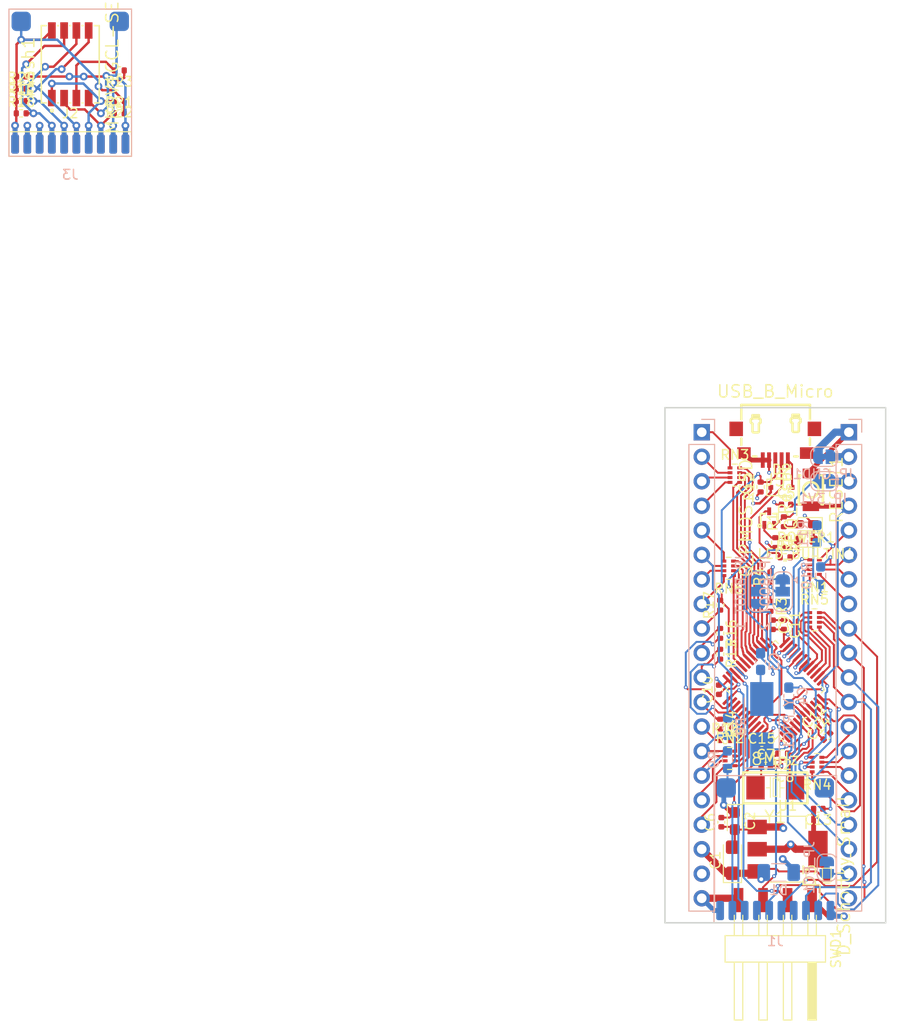
<source format=kicad_pcb>
(kicad_pcb (version 20171130) (host pcbnew 5.1.9-73d0e3b20d~88~ubuntu20.04.1)
  (layers (0 F.Cu signal) (1 In1.Cu signal) (2 In2.Cu signal) (31 B.Cu signal) (34 B.Paste user) (35 F.Paste user) (36 B.SilkS user hide) (37 F.SilkS user) (38 B.Mask user) (39 F.Mask user hide) (44 Edge.Cuts user))
  (net 0 "")
  (net 1 GND)
  (net 2 VCC)
  (net 3 RESET)
  (net 4 +3V3)
  (net 5 +3.3VA)
  (net 6 GNDA)
  (net 7 PC14)
  (net 8 PC15)
  (net 9 +5V)
  (net 10 "Net-(Flash1-Pad1)")
  (net 11 "Net-(Flash1-Pad2)")
  (net 12 "Net-(Flash1-Pad3)")
  (net 13 "Net-(Flash1-Pad7)")
  (net 14 "Net-(Flash1-Pad6)")
  (net 15 "Net-(Flash1-Pad5)")
  (net 16 PA11)
  (net 17 PA12)
  (net 18 "Net-(JP_BOOT_1-Pad2)")
  (net 19 PC13)
  (net 20 C13)
  (net 21 "Net-(LED_BUILTIN1-Pad2)")
  (net 22 B9)
  (net 23 B8)
  (net 24 B7)
  (net 25 B6)
  (net 26 B5)
  (net 27 B4)
  (net 28 B3)
  (net 29 A15)
  (net 30 A12)
  (net 31 A11)
  (net 32 A10)
  (net 33 A9)
  (net 34 A8)
  (net 35 B15)
  (net 36 B14)
  (net 37 B13)
  (net 38 B12)
  (net 39 "Net-(POWER1-Pad2)")
  (net 40 "Net-(Q1-Pad3)")
  (net 41 "Net-(Q1-Pad1)")
  (net 42 BOOT_0)
  (net 43 BOOT_1)
  (net 44 B0)
  (net 45 B1)
  (net 46 "Net-(R13-Pad2)")
  (net 47 "Net-(R14-Pad2)")
  (net 48 "Net-(R15-Pad2)")
  (net 49 "Net-(R16-Pad2)")
  (net 50 B10)
  (net 51 B11)
  (net 52 A0)
  (net 53 A1)
  (net 54 A2)
  (net 55 A3)
  (net 56 A4)
  (net 57 A5)
  (net 58 A6)
  (net 59 A7)
  (net 60 FLASH_CTRL)
  (net 61 +BATT)
  (net 62 SWCLK)
  (net 63 SWDIO)
  (net 64 "Net-(C7-Pad1)")
  (net 65 "Net-(C8-Pad1)")
  (net 66 "Net-(C16-Pad2)")
  (net 67 "Net-(C16-Pad1)")
  (net 68 "Net-(JP_BOOT_2-Pad2)")
  (net 69 "Net-(J2-Pad9)")
  (net 70 "Net-(RN1-Pad5)")
  (net 71 "Net-(RN1-Pad6)")
  (net 72 "Net-(RN1-Pad8)")
  (net 73 "Net-(RN1-Pad7)")
  (net 74 "Net-(RN2-Pad5)")
  (net 75 "Net-(RN2-Pad6)")
  (net 76 "Net-(RN2-Pad8)")
  (net 77 "Net-(RN2-Pad7)")
  (net 78 "Net-(RN3-Pad5)")
  (net 79 "Net-(RN3-Pad6)")
  (net 80 "Net-(RN3-Pad8)")
  (net 81 "Net-(RN3-Pad7)")
  (net 82 "Net-(RN5-Pad4)")
  (net 83 "Net-(RN5-Pad2)")
  (net 84 "Net-(RN5-Pad3)")
  (net 85 "Net-(RN5-Pad1)")
  (net 86 "Net-(RN6-Pad2)")
  (net 87 "Net-(RN6-Pad3)")
  (net 88 "Net-(RN4-Pad5)")
  (net 89 "Net-(RN4-Pad6)")
  (net 90 "Net-(RN4-Pad8)")
  (net 91 "Net-(RN4-Pad7)")
  (net 92 "Net-(J1-Pad7)")
  (net 93 "Net-(J1-Pad4)")
  (net 94 "Net-(J2-Pad3)")
  (net 95 "Net-(J2-Pad2)")
  (net 96 "Net-(RN6-Pad4)")
  (module Capacitor_SMD:C_0402_1005Metric (layer F.Cu) (at 118.618 87.63 90)
    (fp_text reference C10 (at 0 -1.16 90) (layer F.SilkS))
    (fp_text value 100nF)
    (pad 2 smd roundrect (at 0.48 0 90) (size 0.56 0.62) (layers F.Cu F.Paste F.Mask) (net 4 +3V3))
    (pad 1 smd roundrect (at -0.48 0 90) (size 0.56 0.62) (layers F.Cu F.Paste F.Mask) (net 1 GND))
  )
  (module Jumper:SolderJumper-3_P1.3mm_Bridged12_RoundedPad1.0x1.5mm (layer B.Cu) (at 122.682 77.47 270)
    (fp_text reference JP_BOOT_1 (at 0 1.8 270) (layer B.SilkS) (effects (justify mirror)))
    (fp_text value "Boot 0")
    (fp_poly (pts (xy -0.9 0.3) (xy -0.4 0.3) (xy -0.4 -0.3) (xy -0.9 -0.3)) (layer B.Cu) (width 0))
    (pad 1 smd custom (at -1.3 0 270) (size 1 0.5) (layers B.Cu B.Mask) (net 1 GND) (options (clearance outline) (anchor rect)) (primitives (gr_circle (center 0 -0.25) (end 0.5 -0.25) (width 0)) (gr_circle (center 0 0.25) (end 0.5 0.25) (width 0)) (gr_poly (pts (xy 0.55 0.75) (xy 0 0.75) (xy 0 -0.75) (xy 0.55 -0.75)) (width 0))))
    (pad 2 smd rect (at 0 0 270) (size 1 1.5) (layers B.Cu B.Mask) (net 18 "Net-(JP_BOOT_1-Pad2)"))
    (pad 3 smd custom (at 1.3 0 270) (size 1 0.5) (layers B.Cu B.Mask) (net 4 +3V3) (options (clearance outline) (anchor rect)) (primitives (gr_circle (center 0 -0.25) (end 0.5 -0.25) (width 0)) (gr_circle (center 0 0.25) (end 0.5 0.25) (width 0)) (gr_poly (pts (xy -0.55 0.75) (xy 0 0.75) (xy 0 -0.75) (xy -0.55 -0.75)) (width 0))))
  )
  (module Jumper:SolderJumper-3_P1.3mm_Bridged12_RoundedPad1.0x1.5mm (layer B.Cu) (at 125.222 77.47 270)
    (fp_text reference JP_BOOT_2 (at 0 1.8 270) (layer B.SilkS) (effects (justify mirror)))
    (fp_text value "Boot 1")
    (fp_poly (pts (xy -0.9 0.3) (xy -0.4 0.3) (xy -0.4 -0.3) (xy -0.9 -0.3)) (layer B.Cu) (width 0))
    (pad 1 smd custom (at -1.3 0 270) (size 1 0.5) (layers B.Cu B.Mask) (net 1 GND) (options (clearance outline) (anchor rect)) (primitives (gr_circle (center 0 -0.25) (end 0.5 -0.25) (width 0)) (gr_circle (center 0 0.25) (end 0.5 0.25) (width 0)) (gr_poly (pts (xy 0.55 0.75) (xy 0 0.75) (xy 0 -0.75) (xy 0.55 -0.75)) (width 0))))
    (pad 2 smd rect (at 0 0 270) (size 1 1.5) (layers B.Cu B.Mask) (net 68 "Net-(JP_BOOT_2-Pad2)"))
    (pad 3 smd custom (at 1.3 0 270) (size 1 0.5) (layers B.Cu B.Mask) (net 4 +3V3) (options (clearance outline) (anchor rect)) (primitives (gr_circle (center 0 -0.25) (end 0.5 -0.25) (width 0)) (gr_circle (center 0 0.25) (end 0.5 0.25) (width 0)) (gr_poly (pts (xy -0.55 0.75) (xy 0 0.75) (xy 0 -0.75) (xy -0.55 -0.75)) (width 0))))
  )
  (module Resistor_SMD:R_0402_1005Metric (layer F.Cu) (at 118.745 78.867 90)
    (fp_text reference R17 (at 0 -1.17 90) (layer F.SilkS))
    (fp_text value 220)
    (pad 2 smd roundrect (at 0.51 0 90) (size 0.54 0.64) (layers F.Cu F.Paste F.Mask) (net 17 PA12))
    (pad 1 smd roundrect (at -0.51 0 90) (size 0.54 0.64) (layers F.Cu F.Paste F.Mask) (net 30 A12))
  )
  (module LED_SMD:LED_0603_1608Metric_Castellated (layer F.Cu) (at 127.635 70.485 180)
    (fp_text reference POWER1 (at 0 -1.38) (layer F.SilkS))
    (fp_text value RED)
    (pad 2 smd roundrect (at 0.8125 0 180) (size 1.225 0.85) (layers F.Cu F.Paste F.Mask) (net 39 "Net-(POWER1-Pad2)"))
    (pad 1 smd roundrect (at -0.8125 0 180) (size 1.225 0.85) (layers F.Cu F.Paste F.Mask) (net 1 GND))
  )
  (module Resistor_SMD:R_0402_1005Metric (layer F.Cu) (at 124.46 72.39 270)
    (fp_text reference R6 (at 0 -1.17 90) (layer F.SilkS))
    (fp_text value 100k)
    (pad 2 smd roundrect (at 0.51 0 270) (size 0.54 0.64) (layers F.Cu F.Paste F.Mask) (net 4 +3V3))
    (pad 1 smd roundrect (at -0.51 0 270) (size 0.54 0.64) (layers F.Cu F.Paste F.Mask) (net 41 "Net-(Q1-Pad1)"))
  )
  (module Connector_PinHeader_2.54mm:PinHeader_1x20_P2.54mm_Vertical (layer B.Cu) (at 132.08 60.96 180)
    (fp_text reference Right_Pins1 hide)
    (fp_text value Conn_01x20_Male)
    (pad 20 thru_hole oval (at 0 -48.26 180) (size 1.7 1.7) (drill 1) (layers *.Cu *.Mask) (net 61 +BATT))
    (pad 19 thru_hole oval (at 0 -45.72 180) (size 1.7 1.7) (drill 1) (layers *.Cu *.Mask) (net 20 C13))
    (pad 18 thru_hole oval (at 0 -43.18 180) (size 1.7 1.7) (drill 1) (layers *.Cu *.Mask) (net 7 PC14))
    (pad 17 thru_hole oval (at 0 -40.64 180) (size 1.7 1.7) (drill 1) (layers *.Cu *.Mask) (net 8 PC15))
    (pad 16 thru_hole oval (at 0 -38.1 180) (size 1.7 1.7) (drill 1) (layers *.Cu *.Mask) (net 52 A0))
    (pad 15 thru_hole oval (at 0 -35.56 180) (size 1.7 1.7) (drill 1) (layers *.Cu *.Mask) (net 53 A1))
    (pad 14 thru_hole oval (at 0 -33.02 180) (size 1.7 1.7) (drill 1) (layers *.Cu *.Mask) (net 54 A2))
    (pad 13 thru_hole oval (at 0 -30.48 180) (size 1.7 1.7) (drill 1) (layers *.Cu *.Mask) (net 55 A3))
    (pad 12 thru_hole oval (at 0 -27.94 180) (size 1.7 1.7) (drill 1) (layers *.Cu *.Mask) (net 56 A4))
    (pad 11 thru_hole oval (at 0 -25.4 180) (size 1.7 1.7) (drill 1) (layers *.Cu *.Mask) (net 57 A5))
    (pad 10 thru_hole oval (at 0 -22.86 180) (size 1.7 1.7) (drill 1) (layers *.Cu *.Mask) (net 58 A6))
    (pad 9 thru_hole oval (at 0 -20.32 180) (size 1.7 1.7) (drill 1) (layers *.Cu *.Mask) (net 59 A7))
    (pad 8 thru_hole oval (at 0 -17.78 180) (size 1.7 1.7) (drill 1) (layers *.Cu *.Mask) (net 44 B0))
    (pad 7 thru_hole oval (at 0 -15.24 180) (size 1.7 1.7) (drill 1) (layers *.Cu *.Mask) (net 45 B1))
    (pad 6 thru_hole oval (at 0 -12.7 180) (size 1.7 1.7) (drill 1) (layers *.Cu *.Mask) (net 50 B10))
    (pad 5 thru_hole oval (at 0 -10.16 180) (size 1.7 1.7) (drill 1) (layers *.Cu *.Mask) (net 51 B11))
    (pad 4 thru_hole oval (at 0 -7.62 180) (size 1.7 1.7) (drill 1) (layers *.Cu *.Mask) (net 3 RESET))
    (pad 3 thru_hole oval (at 0 -5.08 180) (size 1.7 1.7) (drill 1) (layers *.Cu *.Mask) (net 5 +3.3VA))
    (pad 2 thru_hole oval (at 0 -2.54 180) (size 1.7 1.7) (drill 1) (layers *.Cu *.Mask) (net 6 GNDA))
    (pad 1 thru_hole rect (at 0 0 180) (size 1.7 1.7) (drill 1) (layers *.Cu *.Mask) (net 1 GND))
  )
  (module Connector_Harwin:Harwin_M20-89004xx_1x04_P2.54mm_Horizontal (layer F.Cu) (at 124.46 114.935 270)
    (fp_text reference SWD1 (at -0.48 -6.28 90) (layer F.SilkS))
    (fp_text value SWD)
    (pad "" smd rect (at 3.895 -3.81 270) (size 6 0.76) (layers F.SilkS))
    (pad 4 smd rect (at -5.525 3.81 270) (size 2.5 1) (layers F.Cu F.Paste F.Mask) (net 4 +3V3))
    (pad 3 smd rect (at -5.525 1.27 270) (size 2.5 1) (layers F.Cu F.Paste F.Mask) (net 63 SWDIO))
    (pad 2 smd rect (at -5.525 -1.27 270) (size 2.5 1) (layers F.Cu F.Paste F.Mask) (net 62 SWCLK))
    (pad 1 smd rect (at -5.525 -3.81 270) (size 2.5 1) (layers F.Cu F.Paste F.Mask) (net 1 GND))
  )
  (module Crystal:Crystal_SMD_5032-2Pin_5.0x3.2mm_HandSoldering (layer B.Cu) (at 123.063 91.186 90)
    (fp_text reference Y_RTC1 (at 0 2.8 270) (layer B.SilkS) (effects (justify mirror)))
    (fp_text value ?)
    (pad 2 smd rect (at 2.6 0 90) (size 3.5 2.4) (layers B.Cu B.Paste B.Mask) (net 7 PC14))
    (pad 1 smd rect (at -2.6 0 90) (size 3.5 2.4) (layers B.Cu B.Paste B.Mask) (net 8 PC15))
  )
  (module BluePill:OSC-SMD_L5.0-W3.2 (layer F.Cu) (at 124.46 97.79 180)
    (fp_text reference Y1 (at 0 -2.997001) (layer F.SilkS) (effects (font (size 1.27 1.27))))
    (fp_text value 8MHz (at 0 2.997001) (layer F.SilkS) (effects (font (size 1.27 1.27))))
    (pad 1 smd rect (at -2.05 0 270) (size 2.4 1.9) (layers F.Cu F.Paste F.Mask) (net 65 "Net-(C8-Pad1)"))
    (pad 2 smd rect (at 2.05 0 270) (size 2.4 1.9) (layers F.Cu F.Paste F.Mask) (net 64 "Net-(C7-Pad1)"))
  )
  (module Package_QFP:LQFP-48_7x7mm_P0.5mm (layer F.Cu) (at 124.46 87.63 135)
    (fp_text reference U2 (at 0 -5.85 135) (layer F.SilkS))
    (fp_text value STM32F103C8Tx)
    (pad 48 smd roundrect (at -2.75 -4.1625 135) (size 0.3 1.475) (layers F.Cu F.Paste F.Mask) (net 4 +3V3))
    (pad 47 smd roundrect (at -2.25 -4.1625 135) (size 0.3 1.475) (layers F.Cu F.Paste F.Mask) (net 1 GND))
    (pad 46 smd roundrect (at -1.75 -4.1625 135) (size 0.3 1.475) (layers F.Cu F.Paste F.Mask) (net 74 "Net-(RN2-Pad5)"))
    (pad 45 smd roundrect (at -1.25 -4.1625 135) (size 0.3 1.475) (layers F.Cu F.Paste F.Mask) (net 75 "Net-(RN2-Pad6)"))
    (pad 44 smd roundrect (at -0.75 -4.1625 135) (size 0.3 1.475) (layers F.Cu F.Paste F.Mask) (net 42 BOOT_0))
    (pad 43 smd roundrect (at -0.25 -4.1625 135) (size 0.3 1.475) (layers F.Cu F.Paste F.Mask) (net 77 "Net-(RN2-Pad7)"))
    (pad 42 smd roundrect (at 0.25 -4.1625 135) (size 0.3 1.475) (layers F.Cu F.Paste F.Mask) (net 76 "Net-(RN2-Pad8)"))
    (pad 41 smd roundrect (at 0.75 -4.1625 135) (size 0.3 1.475) (layers F.Cu F.Paste F.Mask) (net 48 "Net-(R15-Pad2)"))
    (pad 40 smd roundrect (at 1.25 -4.1625 135) (size 0.3 1.475) (layers F.Cu F.Paste F.Mask) (net 47 "Net-(R14-Pad2)"))
    (pad 39 smd roundrect (at 1.75 -4.1625 135) (size 0.3 1.475) (layers F.Cu F.Paste F.Mask) (net 46 "Net-(R13-Pad2)"))
    (pad 38 smd roundrect (at 2.25 -4.1625 135) (size 0.3 1.475) (layers F.Cu F.Paste F.Mask) (net 49 "Net-(R16-Pad2)"))
    (pad 37 smd roundrect (at 2.75 -4.1625 135) (size 0.3 1.475) (layers F.Cu F.Paste F.Mask) (net 62 SWCLK))
    (pad 36 smd roundrect (at 4.1625 -2.75 135) (size 1.475 0.3) (layers F.Cu F.Paste F.Mask) (net 4 +3V3))
    (pad 35 smd roundrect (at 4.1625 -2.25 135) (size 1.475 0.3) (layers F.Cu F.Paste F.Mask) (net 1 GND))
    (pad 34 smd roundrect (at 4.1625 -1.75 135) (size 1.475 0.3) (layers F.Cu F.Paste F.Mask) (net 63 SWDIO))
    (pad 33 smd roundrect (at 4.1625 -1.25 135) (size 1.475 0.3) (layers F.Cu F.Paste F.Mask) (net 17 PA12))
    (pad 32 smd roundrect (at 4.1625 -0.75 135) (size 1.475 0.3) (layers F.Cu F.Paste F.Mask) (net 16 PA11))
    (pad 31 smd roundrect (at 4.1625 -0.25 135) (size 1.475 0.3) (layers F.Cu F.Paste F.Mask) (net 86 "Net-(RN6-Pad2)"))
    (pad 30 smd roundrect (at 4.1625 0.25 135) (size 1.475 0.3) (layers F.Cu F.Paste F.Mask) (net 87 "Net-(RN6-Pad3)"))
    (pad 29 smd roundrect (at 4.1625 0.75 135) (size 1.475 0.3) (layers F.Cu F.Paste F.Mask) (net 96 "Net-(RN6-Pad4)"))
    (pad 28 smd roundrect (at 4.1625 1.25 135) (size 1.475 0.3) (layers F.Cu F.Paste F.Mask) (net 78 "Net-(RN3-Pad5)"))
    (pad 27 smd roundrect (at 4.1625 1.75 135) (size 1.475 0.3) (layers F.Cu F.Paste F.Mask) (net 79 "Net-(RN3-Pad6)"))
    (pad 26 smd roundrect (at 4.1625 2.25 135) (size 1.475 0.3) (layers F.Cu F.Paste F.Mask) (net 81 "Net-(RN3-Pad7)"))
    (pad 25 smd roundrect (at 4.1625 2.75 135) (size 1.475 0.3) (layers F.Cu F.Paste F.Mask) (net 80 "Net-(RN3-Pad8)"))
    (pad 24 smd roundrect (at 2.75 4.1625 135) (size 0.3 1.475) (layers F.Cu F.Paste F.Mask) (net 4 +3V3))
    (pad 23 smd roundrect (at 2.25 4.1625 135) (size 0.3 1.475) (layers F.Cu F.Paste F.Mask) (net 1 GND))
    (pad 22 smd roundrect (at 1.75 4.1625 135) (size 0.3 1.475) (layers F.Cu F.Paste F.Mask) (net 70 "Net-(RN1-Pad5)"))
    (pad 21 smd roundrect (at 1.25 4.1625 135) (size 0.3 1.475) (layers F.Cu F.Paste F.Mask) (net 71 "Net-(RN1-Pad6)"))
    (pad 20 smd roundrect (at 0.75 4.1625 135) (size 0.3 1.475) (layers F.Cu F.Paste F.Mask) (net 43 BOOT_1))
    (pad 19 smd roundrect (at 0.25 4.1625 135) (size 0.3 1.475) (layers F.Cu F.Paste F.Mask) (net 73 "Net-(RN1-Pad7)"))
    (pad 18 smd roundrect (at -0.25 4.1625 135) (size 0.3 1.475) (layers F.Cu F.Paste F.Mask) (net 72 "Net-(RN1-Pad8)"))
    (pad 17 smd roundrect (at -0.75 4.1625 135) (size 0.3 1.475) (layers F.Cu F.Paste F.Mask) (net 85 "Net-(RN5-Pad1)"))
    (pad 16 smd roundrect (at -1.25 4.1625 135) (size 0.3 1.475) (layers F.Cu F.Paste F.Mask) (net 83 "Net-(RN5-Pad2)"))
    (pad 15 smd roundrect (at -1.75 4.1625 135) (size 0.3 1.475) (layers F.Cu F.Paste F.Mask) (net 84 "Net-(RN5-Pad3)"))
    (pad 14 smd roundrect (at -2.25 4.1625 135) (size 0.3 1.475) (layers F.Cu F.Paste F.Mask) (net 82 "Net-(RN5-Pad4)"))
    (pad 13 smd roundrect (at -2.75 4.1625 135) (size 0.3 1.475) (layers F.Cu F.Paste F.Mask) (net 88 "Net-(RN4-Pad5)"))
    (pad 12 smd roundrect (at -4.1625 2.75 135) (size 1.475 0.3) (layers F.Cu F.Paste F.Mask) (net 89 "Net-(RN4-Pad6)"))
    (pad 11 smd roundrect (at -4.1625 2.25 135) (size 1.475 0.3) (layers F.Cu F.Paste F.Mask) (net 91 "Net-(RN4-Pad7)"))
    (pad 10 smd roundrect (at -4.1625 1.75 135) (size 1.475 0.3) (layers F.Cu F.Paste F.Mask) (net 90 "Net-(RN4-Pad8)"))
    (pad 9 smd roundrect (at -4.1625 1.25 135) (size 1.475 0.3) (layers F.Cu F.Paste F.Mask) (net 5 +3.3VA))
    (pad 8 smd roundrect (at -4.1625 0.75 135) (size 1.475 0.3) (layers F.Cu F.Paste F.Mask) (net 6 GNDA))
    (pad 7 smd roundrect (at -4.1625 0.25 135) (size 1.475 0.3) (layers F.Cu F.Paste F.Mask) (net 3 RESET))
    (pad 6 smd roundrect (at -4.1625 -0.25 135) (size 1.475 0.3) (layers F.Cu F.Paste F.Mask) (net 65 "Net-(C8-Pad1)"))
    (pad 5 smd roundrect (at -4.1625 -0.75 135) (size 1.475 0.3) (layers F.Cu F.Paste F.Mask) (net 64 "Net-(C7-Pad1)"))
    (pad 4 smd roundrect (at -4.1625 -1.25 135) (size 1.475 0.3) (layers F.Cu F.Paste F.Mask) (net 8 PC15))
    (pad 3 smd roundrect (at -4.1625 -1.75 135) (size 1.475 0.3) (layers F.Cu F.Paste F.Mask) (net 7 PC14))
    (pad 2 smd roundrect (at -4.1625 -2.25 135) (size 1.475 0.3) (layers F.Cu F.Paste F.Mask) (net 19 PC13))
    (pad 1 smd roundrect (at -4.1625 -2.75 135) (size 1.475 0.3) (layers F.Cu F.Paste F.Mask) (net 61 +BATT))
  )
  (module Package_TO_SOT_SMD:SOT-223-3_TabPin2 (layer F.Cu) (at 125.73 104.14)
    (fp_text reference U1 (at 0 -4.5) (layer F.SilkS))
    (fp_text value AMS1117-3.3)
    (pad 1 smd rect (at -3.15 -2.3) (size 2 1.5) (layers F.Cu F.Paste F.Mask) (net 1 GND))
    (pad 3 smd rect (at -3.15 2.3) (size 2 1.5) (layers F.Cu F.Paste F.Mask) (net 2 VCC))
    (pad 2 smd rect (at -3.15 0) (size 2 1.5) (layers F.Cu F.Paste F.Mask) (net 4 +3V3))
    (pad 2 smd rect (at 3.15 0) (size 2 3.8) (layers F.Cu F.Paste F.Mask) (net 4 +3V3))
  )
  (module Resistor_SMD:R_Array_Concave_4x0402 (layer F.Cu) (at 119.634 75.057 180)
    (fp_text reference RN6 (at 0 -2.1) (layer F.SilkS))
    (fp_text value 4x220)
    (pad 5 smd rect (at 0.5 0.75 180) (size 0.5 0.32) (layers F.Cu F.Paste F.Mask) (net 34 A8))
    (pad 6 smd rect (at 0.5 0.25 180) (size 0.5 0.32) (layers F.Cu F.Paste F.Mask) (net 33 A9))
    (pad 8 smd rect (at 0.5 -0.75 180) (size 0.5 0.32) (layers F.Cu F.Paste F.Mask) (net 31 A11))
    (pad 7 smd rect (at 0.5 -0.25 180) (size 0.5 0.32) (layers F.Cu F.Paste F.Mask) (net 32 A10))
    (pad 4 smd rect (at -0.5 0.75 180) (size 0.5 0.32) (layers F.Cu F.Paste F.Mask) (net 96 "Net-(RN6-Pad4)"))
    (pad 2 smd rect (at -0.5 -0.25 180) (size 0.5 0.32) (layers F.Cu F.Paste F.Mask) (net 86 "Net-(RN6-Pad2)"))
    (pad 3 smd rect (at -0.5 0.25 180) (size 0.5 0.32) (layers F.Cu F.Paste F.Mask) (net 87 "Net-(RN6-Pad3)"))
    (pad 1 smd rect (at -0.5 -0.75 180) (size 0.5 0.32) (layers F.Cu F.Paste F.Mask) (net 16 PA11))
  )
  (module Resistor_SMD:R_Array_Concave_4x0402 (layer F.Cu) (at 128.524 80.391)
    (fp_text reference RN5 (at 0 -2.1) (layer F.SilkS))
    (fp_text value 4x220)
    (pad 5 smd rect (at 0.5 0.75) (size 0.5 0.32) (layers F.Cu F.Paste F.Mask) (net 56 A4))
    (pad 6 smd rect (at 0.5 0.25) (size 0.5 0.32) (layers F.Cu F.Paste F.Mask) (net 57 A5))
    (pad 8 smd rect (at 0.5 -0.75) (size 0.5 0.32) (layers F.Cu F.Paste F.Mask) (net 59 A7))
    (pad 7 smd rect (at 0.5 -0.25) (size 0.5 0.32) (layers F.Cu F.Paste F.Mask) (net 58 A6))
    (pad 4 smd rect (at -0.5 0.75) (size 0.5 0.32) (layers F.Cu F.Paste F.Mask) (net 82 "Net-(RN5-Pad4)"))
    (pad 2 smd rect (at -0.5 -0.25) (size 0.5 0.32) (layers F.Cu F.Paste F.Mask) (net 83 "Net-(RN5-Pad2)"))
    (pad 3 smd rect (at -0.5 0.25) (size 0.5 0.32) (layers F.Cu F.Paste F.Mask) (net 84 "Net-(RN5-Pad3)"))
    (pad 1 smd rect (at -0.5 -0.75) (size 0.5 0.32) (layers F.Cu F.Paste F.Mask) (net 85 "Net-(RN5-Pad1)"))
  )
  (module Resistor_SMD:R_Array_Concave_4x0402 (layer F.Cu) (at 128.778 95.377 180)
    (fp_text reference RN4 (at 0 -2.1) (layer F.SilkS))
    (fp_text value 4x220)
    (pad 5 smd rect (at 0.5 0.75 180) (size 0.5 0.32) (layers F.Cu F.Paste F.Mask) (net 88 "Net-(RN4-Pad5)"))
    (pad 6 smd rect (at 0.5 0.25 180) (size 0.5 0.32) (layers F.Cu F.Paste F.Mask) (net 89 "Net-(RN4-Pad6)"))
    (pad 8 smd rect (at 0.5 -0.75 180) (size 0.5 0.32) (layers F.Cu F.Paste F.Mask) (net 90 "Net-(RN4-Pad8)"))
    (pad 7 smd rect (at 0.5 -0.25 180) (size 0.5 0.32) (layers F.Cu F.Paste F.Mask) (net 91 "Net-(RN4-Pad7)"))
    (pad 4 smd rect (at -0.5 0.75 180) (size 0.5 0.32) (layers F.Cu F.Paste F.Mask) (net 55 A3))
    (pad 2 smd rect (at -0.5 -0.25 180) (size 0.5 0.32) (layers F.Cu F.Paste F.Mask) (net 53 A1))
    (pad 3 smd rect (at -0.5 0.25 180) (size 0.5 0.32) (layers F.Cu F.Paste F.Mask) (net 54 A2))
    (pad 1 smd rect (at -0.5 -0.75 180) (size 0.5 0.32) (layers F.Cu F.Paste F.Mask) (net 52 A0))
  )
  (module Resistor_SMD:R_Array_Concave_4x0402 (layer F.Cu) (at 120.269 65.405)
    (fp_text reference RN3 (at 0 -2.1) (layer F.SilkS))
    (fp_text value 4x220)
    (pad 5 smd rect (at 0.5 0.75) (size 0.5 0.32) (layers F.Cu F.Paste F.Mask) (net 78 "Net-(RN3-Pad5)"))
    (pad 6 smd rect (at 0.5 0.25) (size 0.5 0.32) (layers F.Cu F.Paste F.Mask) (net 79 "Net-(RN3-Pad6)"))
    (pad 8 smd rect (at 0.5 -0.75) (size 0.5 0.32) (layers F.Cu F.Paste F.Mask) (net 80 "Net-(RN3-Pad8)"))
    (pad 7 smd rect (at 0.5 -0.25) (size 0.5 0.32) (layers F.Cu F.Paste F.Mask) (net 81 "Net-(RN3-Pad7)"))
    (pad 4 smd rect (at -0.5 0.75) (size 0.5 0.32) (layers F.Cu F.Paste F.Mask) (net 35 B15))
    (pad 2 smd rect (at -0.5 -0.25) (size 0.5 0.32) (layers F.Cu F.Paste F.Mask) (net 37 B13))
    (pad 3 smd rect (at -0.5 0.25) (size 0.5 0.32) (layers F.Cu F.Paste F.Mask) (net 36 B14))
    (pad 1 smd rect (at -0.5 -0.75) (size 0.5 0.32) (layers F.Cu F.Paste F.Mask) (net 38 B12))
  )
  (module Resistor_SMD:R_Array_Concave_4x0402 (layer F.Cu) (at 119.761 94.742)
    (fp_text reference RN2 (at 0 -2.1) (layer F.SilkS))
    (fp_text value 4x220)
    (pad 5 smd rect (at 0.5 0.75) (size 0.5 0.32) (layers F.Cu F.Paste F.Mask) (net 74 "Net-(RN2-Pad5)"))
    (pad 6 smd rect (at 0.5 0.25) (size 0.5 0.32) (layers F.Cu F.Paste F.Mask) (net 75 "Net-(RN2-Pad6)"))
    (pad 8 smd rect (at 0.5 -0.75) (size 0.5 0.32) (layers F.Cu F.Paste F.Mask) (net 76 "Net-(RN2-Pad8)"))
    (pad 7 smd rect (at 0.5 -0.25) (size 0.5 0.32) (layers F.Cu F.Paste F.Mask) (net 77 "Net-(RN2-Pad7)"))
    (pad 4 smd rect (at -0.5 0.75) (size 0.5 0.32) (layers F.Cu F.Paste F.Mask) (net 22 B9))
    (pad 2 smd rect (at -0.5 -0.25) (size 0.5 0.32) (layers F.Cu F.Paste F.Mask) (net 24 B7))
    (pad 3 smd rect (at -0.5 0.25) (size 0.5 0.32) (layers F.Cu F.Paste F.Mask) (net 23 B8))
    (pad 1 smd rect (at -0.5 -0.75) (size 0.5 0.32) (layers F.Cu F.Paste F.Mask) (net 25 B6))
  )
  (module Resistor_SMD:R_Array_Concave_4x0402 (layer F.Cu) (at 128.524 74.93 180)
    (fp_text reference RN1 (at 0 -2.1) (layer F.SilkS))
    (fp_text value 4x220)
    (pad 5 smd rect (at 0.5 0.75 180) (size 0.5 0.32) (layers F.Cu F.Paste F.Mask) (net 70 "Net-(RN1-Pad5)"))
    (pad 6 smd rect (at 0.5 0.25 180) (size 0.5 0.32) (layers F.Cu F.Paste F.Mask) (net 71 "Net-(RN1-Pad6)"))
    (pad 8 smd rect (at 0.5 -0.75 180) (size 0.5 0.32) (layers F.Cu F.Paste F.Mask) (net 72 "Net-(RN1-Pad8)"))
    (pad 7 smd rect (at 0.5 -0.25 180) (size 0.5 0.32) (layers F.Cu F.Paste F.Mask) (net 73 "Net-(RN1-Pad7)"))
    (pad 4 smd rect (at -0.5 0.75 180) (size 0.5 0.32) (layers F.Cu F.Paste F.Mask) (net 51 B11))
    (pad 2 smd rect (at -0.5 -0.25 180) (size 0.5 0.32) (layers F.Cu F.Paste F.Mask) (net 45 B1))
    (pad 3 smd rect (at -0.5 0.25 180) (size 0.5 0.32) (layers F.Cu F.Paste F.Mask) (net 50 B10))
    (pad 1 smd rect (at -0.5 -0.75 180) (size 0.5 0.32) (layers F.Cu F.Paste F.Mask) (net 44 B0))
  )
  (module BluePill:KEY-SMD_B3U-1000PM (layer F.Cu) (at 128.143 66.929 270)
    (fp_text reference RESET1 (at 0 -2.647001 90) (layer F.SilkS) (effects (font (size 1.27 1.27))))
    (fp_text value Reset (at 0 2.647001 90) (layer F.SilkS) (effects (font (size 1.27 1.27))))
    (pad 2 smd rect (at 1.7 0 270) (size 1 1.7) (layers F.Cu F.Paste F.Mask) (net 3 RESET))
    (pad 1 smd rect (at -1.7 0 270) (size 1 1.7) (layers F.Cu F.Paste F.Mask) (net 1 GND))
  )
  (module Resistor_SMD:R_0402_1005Metric (layer F.Cu) (at 118.745 81.788 270)
    (fp_text reference R16 (at 0 -1.17 90) (layer F.SilkS))
    (fp_text value 220)
    (pad 2 smd roundrect (at 0.51 0 270) (size 0.54 0.64) (layers F.Cu F.Paste F.Mask) (net 49 "Net-(R16-Pad2)"))
    (pad 1 smd roundrect (at -0.51 0 270) (size 0.54 0.64) (layers F.Cu F.Paste F.Mask) (net 29 A15))
  )
  (module Resistor_SMD:R_0402_1005Metric (layer F.Cu) (at 119.253 92.837)
    (fp_text reference R15 (at 0 -1.17) (layer F.SilkS))
    (fp_text value 220)
    (pad 2 smd roundrect (at 0.51 0) (size 0.54 0.64) (layers F.Cu F.Paste F.Mask) (net 48 "Net-(R15-Pad2)"))
    (pad 1 smd roundrect (at -0.51 0) (size 0.54 0.64) (layers F.Cu F.Paste F.Mask) (net 26 B5))
  )
  (module Resistor_SMD:R_0402_1005Metric (layer F.Cu) (at 118.745 91.186 270)
    (fp_text reference R14 (at 0 -1.17 90) (layer F.SilkS))
    (fp_text value 220)
    (pad 2 smd roundrect (at 0.51 0 270) (size 0.54 0.64) (layers F.Cu F.Paste F.Mask) (net 47 "Net-(R14-Pad2)"))
    (pad 1 smd roundrect (at -0.51 0 270) (size 0.54 0.64) (layers F.Cu F.Paste F.Mask) (net 27 B4))
  )
  (module Resistor_SMD:R_0402_1005Metric (layer F.Cu) (at 118.745 83.947 270)
    (fp_text reference R13 (at 0 -1.17 90) (layer F.SilkS))
    (fp_text value 220)
    (pad 2 smd roundrect (at 0.51 0 270) (size 0.54 0.64) (layers F.Cu F.Paste F.Mask) (net 46 "Net-(R13-Pad2)"))
    (pad 1 smd roundrect (at -0.51 0 270) (size 0.54 0.64) (layers F.Cu F.Paste F.Mask) (net 28 B3))
  )
  (module Resistor_SMD:R_0402_1005Metric (layer F.Cu) (at 122.936 66.633 90)
    (fp_text reference R12 (at 0 -1.17 90) (layer F.SilkS))
    (fp_text value 1.5k)
    (pad 2 smd roundrect (at 0.51 0 90) (size 0.54 0.64) (layers F.Cu F.Paste F.Mask) (net 17 PA12))
    (pad 1 smd roundrect (at -0.51 0 90) (size 0.54 0.64) (layers F.Cu F.Paste F.Mask) (net 4 +3V3))
  )
  (module Resistor_SMD:R_0603_1608Metric_Pad0.98x0.95mm_HandSolder (layer B.Cu) (at 128.778 71.501 270)
    (fp_text reference R11 (at 0 1.43 270) (layer B.SilkS) (effects (justify mirror)))
    (fp_text value ?)
    (pad 2 smd roundrect (at 0.9125 0 270) (size 0.975 0.95) (layers B.Cu B.Paste B.Mask) (net 4 +3V3))
    (pad 1 smd roundrect (at -0.9125 0 270) (size 0.975 0.95) (layers B.Cu B.Paste B.Mask) (net 51 B11))
  )
  (module Resistor_SMD:R_0603_1608Metric_Pad0.98x0.95mm_HandSolder (layer B.Cu) (at 129.159 75.819 270)
    (fp_text reference R10 (at 0 1.43 270) (layer B.SilkS) (effects (justify mirror)))
    (fp_text value ?)
    (pad 2 smd roundrect (at 0.9125 0 270) (size 0.975 0.95) (layers B.Cu B.Paste B.Mask) (net 4 +3V3))
    (pad 1 smd roundrect (at -0.9125 0 270) (size 0.975 0.95) (layers B.Cu B.Paste B.Mask) (net 50 B10))
  )
  (module Resistor_SMD:R_0603_1608Metric_Pad0.98x0.95mm_HandSolder (layer B.Cu) (at 119.507 94.869 270)
    (fp_text reference R9 (at 0 1.43 270) (layer B.SilkS) (effects (justify mirror)))
    (fp_text value ?)
    (pad 2 smd roundrect (at 0.9125 0 270) (size 0.975 0.95) (layers B.Cu B.Paste B.Mask) (net 4 +3V3))
    (pad 1 smd roundrect (at -0.9125 0 270) (size 0.975 0.95) (layers B.Cu B.Paste B.Mask) (net 24 B7))
  )
  (module Resistor_SMD:R_0603_1608Metric_Pad0.98x0.95mm_HandSolder (layer B.Cu) (at 119.507 91.44 90)
    (fp_text reference R8 (at 0 1.43 270) (layer B.SilkS) (effects (justify mirror)))
    (fp_text value ?)
    (pad 2 smd roundrect (at 0.9125 0 90) (size 0.975 0.95) (layers B.Cu B.Paste B.Mask) (net 4 +3V3))
    (pad 1 smd roundrect (at -0.9125 0 90) (size 0.975 0.95) (layers B.Cu B.Paste B.Mask) (net 25 B6))
  )
  (module Resistor_SMD:R_0402_1005Metric (layer F.Cu) (at 125.474 73.914)
    (fp_text reference R7 (at 0 -1.17) (layer F.SilkS))
    (fp_text value 330R)
    (pad 2 smd roundrect (at 0.51 0) (size 0.54 0.64) (layers F.Cu F.Paste F.Mask) (net 21 "Net-(LED_BUILTIN1-Pad2)"))
    (pad 1 smd roundrect (at -0.51 0) (size 0.54 0.64) (layers F.Cu F.Paste F.Mask) (net 40 "Net-(Q1-Pad3)"))
  )
  (module Resistor_SMD:R_0402_1005Metric (layer F.Cu) (at 125.476 72.39 270)
    (fp_text reference R5 (at 0 -1.17 90) (layer F.SilkS))
    (fp_text value 10k)
    (pad 2 smd roundrect (at 0.51 0 270) (size 0.54 0.64) (layers F.Cu F.Paste F.Mask) (net 19 PC13))
    (pad 1 smd roundrect (at -0.51 0 270) (size 0.54 0.64) (layers F.Cu F.Paste F.Mask) (net 41 "Net-(Q1-Pad1)"))
  )
  (module Resistor_SMD:R_0402_1005Metric (layer F.Cu) (at 123.952 75.946 90)
    (fp_text reference R4 (at 0 -1.17 90) (layer F.SilkS))
    (fp_text value 10k)
    (pad 2 smd roundrect (at 0.51 0 90) (size 0.54 0.64) (layers F.Cu F.Paste F.Mask) (net 43 BOOT_1))
    (pad 1 smd roundrect (at -0.51 0 90) (size 0.54 0.64) (layers F.Cu F.Paste F.Mask) (net 68 "Net-(JP_BOOT_2-Pad2)"))
  )
  (module Resistor_SMD:R_0402_1005Metric (layer F.Cu) (at 123.952 78.994 270)
    (fp_text reference R3 (at 0 -1.17 90) (layer F.SilkS))
    (fp_text value 10k)
    (pad 2 smd roundrect (at 0.51 0 270) (size 0.54 0.64) (layers F.Cu F.Paste F.Mask) (net 42 BOOT_0))
    (pad 1 smd roundrect (at -0.51 0 270) (size 0.54 0.64) (layers F.Cu F.Paste F.Mask) (net 18 "Net-(JP_BOOT_1-Pad2)"))
  )
  (module Resistor_SMD:R_0402_1005Metric (layer F.Cu) (at 125.22 94.234 180)
    (fp_text reference R2 (at 0 -1.17) (layer F.SilkS))
    (fp_text value 1k)
    (pad 2 smd roundrect (at 0.51 0 180) (size 0.54 0.64) (layers F.Cu F.Paste F.Mask) (net 60 FLASH_CTRL))
    (pad 1 smd roundrect (at -0.51 0 180) (size 0.54 0.64) (layers F.Cu F.Paste F.Mask) (net 43 BOOT_1))
  )
  (module Resistor_SMD:R_0402_1005Metric (layer F.Cu) (at 125.349 70.231 90)
    (fp_text reference R1 (at 0 -1.17 90) (layer F.SilkS))
    (fp_text value 1k)
    (pad 2 smd roundrect (at 0.51 0 90) (size 0.54 0.64) (layers F.Cu F.Paste F.Mask) (net 4 +3V3))
    (pad 1 smd roundrect (at -0.51 0 90) (size 0.54 0.64) (layers F.Cu F.Paste F.Mask) (net 39 "Net-(POWER1-Pad2)"))
  )
  (module BluePill:VBTA2245M (layer F.Cu) (at 123.825 69.85 270)
    (fp_text reference Q1 (at 0 -2.270001 90) (layer F.SilkS) (effects (font (size 1.27 1.27))))
    (fp_text value Q_PMOS_GSD (at 0 2.395001 90) (layer F.SilkS) (effects (font (size 1.27 1.27))))
    (pad 3 smd rect (at -0.7 0) (size 0.4 0.8) (layers F.Cu F.Paste F.Mask) (net 40 "Net-(Q1-Pad3)"))
    (pad 1 smd rect (at 0.7 0.5) (size 0.4 0.8) (layers F.Cu F.Paste F.Mask) (net 41 "Net-(Q1-Pad1)"))
    (pad 2 smd rect (at 0.7 -0.5) (size 0.4 0.8) (layers F.Cu F.Paste F.Mask) (net 4 +3V3))
  )
  (module LED_SMD:LED_0603_1608Metric (layer F.Cu) (at 127.635 72.136 180)
    (fp_text reference LED_BUILTIN1 (at 0 -1.43) (layer F.SilkS))
    (fp_text value GREEN)
    (pad 2 smd roundrect (at 0.7875 0 180) (size 0.875 0.95) (layers F.Cu F.Paste F.Mask) (net 21 "Net-(LED_BUILTIN1-Pad2)"))
    (pad 1 smd roundrect (at -0.7875 0 180) (size 0.875 0.95) (layers F.Cu F.Paste F.Mask) (net 1 GND))
  )
  (module Jumper:SolderJumper-2_P1.3mm_Bridged_RoundedPad1.0x1.5mm (layer B.Cu) (at 129.794 106.045 270)
    (fp_text reference JP_PC1 (at 0 1.8 270) (layer B.SilkS) (effects (justify mirror)))
    (fp_text value C13)
    (fp_poly (pts (xy 0.25 0.3) (xy -0.25 0.3) (xy -0.25 -0.3) (xy 0.25 -0.3)) (layer B.Cu) (width 0))
    (pad 1 smd custom (at -0.65 0 270) (size 1 0.5) (layers B.Cu B.Mask) (net 19 PC13) (options (clearance outline) (anchor rect)) (primitives (gr_circle (center 0 -0.25) (end 0.5 -0.25) (width 0)) (gr_circle (center 0 0.25) (end 0.5 0.25) (width 0)) (gr_poly (pts (xy 0 0.75) (xy 0.5 0.75) (xy 0.5 -0.75) (xy 0 -0.75)) (width 0))))
    (pad 2 smd custom (at 0.65 0 270) (size 1 0.5) (layers B.Cu B.Mask) (net 20 C13) (options (clearance outline) (anchor rect)) (primitives (gr_circle (center 0 -0.25) (end 0.5 -0.25) (width 0)) (gr_circle (center 0 0.25) (end 0.5 0.25) (width 0)) (gr_poly (pts (xy 0 0.75) (xy -0.5 0.75) (xy -0.5 -0.75) (xy 0 -0.75)) (width 0))))
  )
  (module Jumper:SolderJumper-2_P1.3mm_Bridged_RoundedPad1.0x1.5mm (layer B.Cu) (at 129.525 63.5)
    (fp_text reference JP_GND1 (at 0 1.8 180) (layer B.SilkS) (effects (justify mirror)))
    (fp_text value GND)
    (fp_poly (pts (xy 0.25 0.3) (xy -0.25 0.3) (xy -0.25 -0.3) (xy 0.25 -0.3)) (layer B.Cu) (width 0))
    (pad 1 smd custom (at -0.65 0) (size 1 0.5) (layers B.Cu B.Mask) (net 1 GND) (options (clearance outline) (anchor rect)) (primitives (gr_circle (center 0 -0.25) (end 0.5 -0.25) (width 0)) (gr_circle (center 0 0.25) (end 0.5 0.25) (width 0)) (gr_poly (pts (xy 0 0.75) (xy 0.5 0.75) (xy 0.5 -0.75) (xy 0 -0.75)) (width 0))))
    (pad 2 smd custom (at 0.65 0) (size 1 0.5) (layers B.Cu B.Mask) (net 6 GNDA) (options (clearance outline) (anchor rect)) (primitives (gr_circle (center 0 -0.25) (end 0.5 -0.25) (width 0)) (gr_circle (center 0 0.25) (end 0.5 0.25) (width 0)) (gr_poly (pts (xy 0 0.75) (xy -0.5 0.75) (xy -0.5 -0.75) (xy 0 -0.75)) (width 0))))
  )
  (module Jumper:SolderJumper-2_P1.3mm_Bridged_RoundedPad1.0x1.5mm (layer B.Cu) (at 129.54 66.04)
    (fp_text reference JP_3V1 (at 0 1.8 180) (layer B.SilkS) (effects (justify mirror)))
    (fp_text value 3V3)
    (fp_poly (pts (xy 0.25 0.3) (xy -0.25 0.3) (xy -0.25 -0.3) (xy 0.25 -0.3)) (layer B.Cu) (width 0))
    (pad 1 smd custom (at -0.65 0) (size 1 0.5) (layers B.Cu B.Mask) (net 4 +3V3) (options (clearance outline) (anchor rect)) (primitives (gr_circle (center 0 -0.25) (end 0.5 -0.25) (width 0)) (gr_circle (center 0 0.25) (end 0.5 0.25) (width 0)) (gr_poly (pts (xy 0 0.75) (xy 0.5 0.75) (xy 0.5 -0.75) (xy 0 -0.75)) (width 0))))
    (pad 2 smd custom (at 0.65 0) (size 1 0.5) (layers B.Cu B.Mask) (net 5 +3.3VA) (options (clearance outline) (anchor rect)) (primitives (gr_circle (center 0 -0.25) (end 0.5 -0.25) (width 0)) (gr_circle (center 0 0.25) (end 0.5 0.25) (width 0)) (gr_poly (pts (xy 0 0.75) (xy -0.5 0.75) (xy -0.5 -0.75) (xy 0 -0.75)) (width 0))))
  )
  (module BluePill:MICRO-USB-SMD_MICRO-USB-A11 (layer F.Cu) (at 124.46 62.23 180)
    (fp_text reference J5 (at 0 -3.686) (layer F.SilkS) (effects (font (size 1.27 1.27))))
    (fp_text value USB_B_Micro (at 0 5.494001) (layer F.SilkS) (effects (font (size 1.27 1.27))))
    (pad 1 smd rect (at -1.3 -1.616 90) (size 1.6 0.4) (layers F.Cu F.Paste F.Mask) (net 9 +5V))
    (pad 2 smd rect (at -0.65 -1.616 90) (size 1.6 0.4) (layers F.Cu F.Paste F.Mask) (net 16 PA11))
    (pad 3 smd rect (at 0 -1.616 90) (size 1.6 0.4) (layers F.Cu F.Paste F.Mask) (net 17 PA12))
    (pad 4 smd rect (at 0.65 -1.616 90) (size 1.6 0.4) (layers F.Cu F.Paste F.Mask) (net 1 GND))
    (pad 5 smd rect (at 1.3 -1.616 90) (size 1.6 0.4) (layers F.Cu F.Paste F.Mask) (net 1 GND))
    (pad 6 smd rect (at 3.25 -0.893 180) (size 1.4 1.2) (layers F.Cu F.Paste F.Mask) (net 1 GND))
    (pad 7 smd rect (at -3.25 -0.893 180) (size 1.4 1.2) (layers F.Cu F.Paste F.Mask))
    (pad 8 smd rect (at -4.051 1.616 270) (size 1.5 1.4) (layers F.Cu F.Paste F.Mask))
    (pad 9 smd rect (at 4.051 1.616 270) (size 1.5 1.4) (layers F.Cu F.Paste F.Mask))
    (pad "" np_thru_hole circle (at 1.999 -0.694 180) (size 0.6 0.6) (drill 0.6) (layers *.Cu *.Mask))
    (pad "" np_thru_hole circle (at -1.999 -0.694 180) (size 0.6 0.6) (drill 0.6) (layers *.Cu *.Mask))
  )
  (module BluePill:Flash_connector (layer B.Cu) (at 124.46 110.49)
    (fp_text reference J1 (at 0 3.175) (layer B.SilkS) (effects (justify mirror)))
    (fp_text value Conn_01x10)
    (pad 10 smd roundrect (at 5.08 -12.7) (size 2 2) (layers B.Cu B.Paste B.Mask) (net 1 GND))
    (pad 1 smd roundrect (at -5.08 -12.7) (size 2 2) (layers B.Cu B.Paste B.Mask) (net 4 +3V3))
    (pad 10 connect roundrect (at 5.715 0) (size 0.8 2) (layers B.Cu B.Mask) (net 1 GND))
    (pad 9 connect roundrect (at 4.445 0) (size 0.8 2) (layers B.Cu B.Mask) (net 57 A5))
    (pad 8 connect roundrect (at 3.175 0) (size 0.8 2) (layers B.Cu B.Mask) (net 56 A4))
    (pad 7 connect roundrect (at 1.905 0) (size 0.8 2) (layers B.Cu B.Mask) (net 92 "Net-(J1-Pad7)"))
    (pad 6 connect roundrect (at 0.635 0) (size 0.8 2) (layers B.Cu B.Mask) (net 59 A7))
    (pad 5 connect roundrect (at -0.635 0) (size 0.8 2) (layers B.Cu B.Mask) (net 58 A6))
    (pad 4 connect roundrect (at -1.905 0) (size 0.8 2) (layers B.Cu B.Mask) (net 93 "Net-(J1-Pad4)"))
    (pad 3 connect roundrect (at -3.175 0) (size 0.8 2) (layers B.Cu B.Mask) (net 33 A9))
    (pad 2 connect roundrect (at -4.445 0) (size 0.8 2) (layers B.Cu B.Mask) (net 60 FLASH_CTRL))
    (pad 1 connect roundrect (at -5.715 0) (size 0.8 2) (layers B.Cu B.Mask) (net 4 +3V3))
  )
  (module BluePill:DFN-2L_L1.0-W0.6-P0.65-RD (layer F.Cu) (at 129.794 106.807 90)
    (fp_text reference D3 (at -0.0805 -1.770001 90) (layer F.SilkS) (effects (font (size 1.27 1.27))))
    (fp_text value D_Schottky_Small (at -0.0805 1.770001 90) (layer F.SilkS) (effects (font (size 1.27 1.27))))
    (pad 2 smd rect (at 0.325 0 180) (size 0.6 0.4) (layers F.Cu F.Paste F.Mask) (net 4 +3V3))
    (pad 1 smd custom (at -0.325 0 90) (size 0.41 0.6) (layers F.Cu F.Paste F.Mask) (net 2 VCC) (options (clearance outline) (anchor circle)) (primitives (gr_poly (pts (xy -0.205 -0.3) (xy -0.205 0.3) (xy 0.125 0.3) (xy 0.205 0.2) (xy 0.205 -0.3) (xy -0.205 -0.3)) (width 0.1))))
  )
  (module Diode_SMD:D_SOD-323F (layer F.Cu) (at 125.095 66.675)
    (fp_text reference D2 (at 0 -1.85) (layer F.SilkS))
    (fp_text value D_Schottky)
    (pad 2 smd rect (at 1.1 0) (size 0.5 0.5) (layers F.Cu F.Paste F.Mask) (net 9 +5V))
    (pad 1 smd rect (at -1.1 0) (size 0.5 0.5) (layers F.Cu F.Paste F.Mask) (net 2 VCC))
  )
  (module Resistor_SMD:R_1206_3216Metric_Pad1.30x1.75mm_HandSolder (layer B.Cu) (at 124.815 106.553)
    (fp_text reference D1 (at 0 1.82 180) (layer B.SilkS) (effects (justify mirror)))
    (fp_text value BSD3C151V)
    (pad 2 smd roundrect (at 1.55 0) (size 1.3 1.75) (layers B.Cu B.Paste B.Mask) (roundrect_rratio 0.192308) (net 1 GND))
    (pad 1 smd roundrect (at -1.55 0) (size 1.3 1.75) (layers B.Cu B.Paste B.Mask) (roundrect_rratio 0.192308) (net 2 VCC))
  )
  (module Capacitor_SMD:C_0402_1005Metric (layer F.Cu) (at 123.063 93.853)
    (fp_text reference C15 (at 0 -1.16) (layer F.SilkS))
    (fp_text value 4.7uF)
    (pad 2 smd roundrect (at 0.48 0) (size 0.56 0.62) (layers F.Cu F.Paste F.Mask) (net 4 +3V3))
    (pad 1 smd roundrect (at -0.48 0) (size 0.56 0.62) (layers F.Cu F.Paste F.Mask) (net 1 GND))
  )
  (module Capacitor_SMD:C_0402_1005Metric (layer F.Cu) (at 129.794 92.456 45)
    (fp_text reference C14 (at 0 -1.16 45) (layer F.SilkS))
    (fp_text value 1uF)
    (pad 2 smd roundrect (at 0.48 0 45) (size 0.56 0.62) (layers F.Cu F.Paste F.Mask) (net 5 +3.3VA))
    (pad 1 smd roundrect (at -0.48 0 45) (size 0.56 0.62) (layers F.Cu F.Paste F.Mask) (net 6 GNDA))
  )
  (module Capacitor_SMD:C_0402_1005Metric (layer F.Cu) (at 128.905 99.949 180)
    (fp_text reference C13 (at 0 -1.16) (layer F.SilkS))
    (fp_text value 100nF)
    (pad 2 smd roundrect (at 0.48 0 180) (size 0.56 0.62) (layers F.Cu F.Paste F.Mask) (net 4 +3V3))
    (pad 1 smd roundrect (at -0.48 0 180) (size 0.56 0.62) (layers F.Cu F.Paste F.Mask) (net 1 GND))
  )
  (module Capacitor_SMD:C_0402_1005Metric (layer F.Cu) (at 129.286 91.186 45)
    (fp_text reference C12 (at 0 -1.16 45) (layer F.SilkS))
    (fp_text value 10nF)
    (pad 2 smd roundrect (at 0.48 0 45) (size 0.56 0.62) (layers F.Cu F.Paste F.Mask) (net 5 +3.3VA))
    (pad 1 smd roundrect (at -0.48 0 45) (size 0.56 0.62) (layers F.Cu F.Paste F.Mask) (net 6 GNDA))
  )
  (module Capacitor_SMD:C_0402_1005Metric (layer F.Cu) (at 125.349 80.899 270)
    (fp_text reference C11 (at 0 -1.16 90) (layer F.SilkS))
    (fp_text value 100nF)
    (pad 2 smd roundrect (at 0.48 0 270) (size 0.56 0.62) (layers F.Cu F.Paste F.Mask) (net 4 +3V3))
    (pad 1 smd roundrect (at -0.48 0 270) (size 0.56 0.62) (layers F.Cu F.Paste F.Mask) (net 1 GND))
  )
  (module Capacitor_SMD:C_0402_1005Metric (layer F.Cu) (at 124.206 80.899 270)
    (fp_text reference C9 (at 0 -1.16 90) (layer F.SilkS))
    (fp_text value 100nF)
    (pad 2 smd roundrect (at 0.48 0 270) (size 0.56 0.62) (layers F.Cu F.Paste F.Mask) (net 4 +3V3))
    (pad 1 smd roundrect (at -0.48 0 270) (size 0.56 0.62) (layers F.Cu F.Paste F.Mask) (net 1 GND))
  )
  (module Capacitor_SMD:C_0402_1005Metric (layer F.Cu) (at 125.476 95.504 180)
    (fp_text reference C8 (at 0 -1.16) (layer F.SilkS))
    (fp_text value 12pF)
    (pad 2 smd roundrect (at 0.48 0 180) (size 0.56 0.62) (layers F.Cu F.Paste F.Mask) (net 1 GND))
    (pad 1 smd roundrect (at -0.48 0 180) (size 0.56 0.62) (layers F.Cu F.Paste F.Mask) (net 65 "Net-(C8-Pad1)"))
  )
  (module Capacitor_SMD:C_0402_1005Metric (layer F.Cu) (at 123.472 95.504)
    (fp_text reference C7 (at 0 -1.16) (layer F.SilkS))
    (fp_text value 12pF)
    (pad 2 smd roundrect (at 0.48 0) (size 0.56 0.62) (layers F.Cu F.Paste F.Mask) (net 1 GND))
    (pad 1 smd roundrect (at -0.48 0) (size 0.56 0.62) (layers F.Cu F.Paste F.Mask) (net 64 "Net-(C7-Pad1)"))
  )
  (module Capacitor_SMD:C_0402_1005Metric (layer F.Cu) (at 118.872 101.346 90)
    (fp_text reference C6 (at 0 -1.16 90) (layer F.SilkS))
    (fp_text value 100nF)
    (pad 2 smd roundrect (at 0.48 0 90) (size 0.56 0.62) (layers F.Cu F.Paste F.Mask) (net 4 +3V3))
    (pad 1 smd roundrect (at -0.48 0 90) (size 0.56 0.62) (layers F.Cu F.Paste F.Mask) (net 1 GND))
  )
  (module Capacitor_SMD:C_0402_1005Metric (layer F.Cu) (at 125.575 68.453)
    (fp_text reference C5 (at 0 -1.16) (layer F.SilkS))
    (fp_text value 100nF)
    (pad 2 smd roundrect (at 0.48 0) (size 0.56 0.62) (layers F.Cu F.Paste F.Mask) (net 3 RESET))
    (pad 1 smd roundrect (at -0.48 0) (size 0.56 0.62) (layers F.Cu F.Paste F.Mask) (net 1 GND))
  )
  (module Capacitor_SMD:C_0603_1608Metric_Pad1.08x0.95mm_HandSolder (layer B.Cu) (at 125.857 88.265 90)
    (fp_text reference C4 (at 0 1.43 270) (layer B.SilkS) (effects (justify mirror)))
    (fp_text value ?)
    (pad 2 smd roundrect (at 0.8625 0 90) (size 1.075 0.95) (layers B.Cu B.Paste B.Mask) (net 1 GND))
    (pad 1 smd roundrect (at -0.8625 0 90) (size 1.075 0.95) (layers B.Cu B.Paste B.Mask) (net 8 PC15))
  )
  (module Capacitor_SMD:C_0603_1608Metric_Pad1.08x0.95mm_HandSolder (layer B.Cu) (at 122.936 84.709 90)
    (fp_text reference C3 (at 0 1.43 270) (layer B.SilkS) (effects (justify mirror)))
    (fp_text value ?)
    (pad 2 smd roundrect (at 0.8625 0 90) (size 1.075 0.95) (layers B.Cu B.Paste B.Mask) (net 1 GND))
    (pad 1 smd roundrect (at -0.8625 0 90) (size 1.075 0.95) (layers B.Cu B.Paste B.Mask) (net 7 PC14))
  )
  (module Capacitor_Tantalum_SMD:CP_EIA-2012-15_AVX-P (layer F.Cu) (at 120.269 101.219 270)
    (fp_text reference C2 (at 0 -1.58 90) (layer F.SilkS))
    (fp_text value 22uF)
    (pad 2 smd roundrect (at 0.8875 0 270) (size 1.125 1.05) (layers F.Cu F.Paste F.Mask) (roundrect_rratio 0.238095) (net 1 GND))
    (pad 1 smd roundrect (at -0.8875 0 270) (size 1.125 1.05) (layers F.Cu F.Paste F.Mask) (roundrect_rratio 0.238095) (net 4 +3V3))
  )
  (module Capacitor_Tantalum_SMD:CP_EIA-3216-18_Kemet-A (layer F.Cu) (at 120.015 105.283 90)
    (fp_text reference C1 (at 0 -1.75 90) (layer F.SilkS))
    (fp_text value 10uF)
    (pad 2 smd roundrect (at 1.35 0 90) (size 1.4 1.35) (layers F.Cu F.Paste F.Mask) (roundrect_rratio 0.185185) (net 1 GND))
    (pad 1 smd roundrect (at -1.35 0 90) (size 1.4 1.35) (layers F.Cu F.Paste F.Mask) (roundrect_rratio 0.185185) (net 2 VCC))
  )
  (module BluePill:Flash_connector (layer B.Cu) (at 51.435 31.115)
    (fp_text reference J3 (at 0 3.175) (layer B.SilkS) (effects (justify mirror)))
    (fp_text value Conn_01x10)
    (pad 10 smd roundrect (at 5.08 -12.7) (size 2 2) (layers B.Cu B.Paste B.Mask) (net 67 "Net-(C16-Pad1)"))
    (pad 1 smd roundrect (at -5.08 -12.7) (size 2 2) (layers B.Cu B.Paste B.Mask) (net 66 "Net-(C16-Pad2)"))
    (pad 10 connect roundrect (at 5.715 0) (size 0.8 2) (layers B.Cu B.Mask) (net 67 "Net-(C16-Pad1)"))
    (pad 9 connect roundrect (at 4.445 0) (size 0.8 2) (layers B.Cu B.Mask) (net 69 "Net-(J2-Pad9)"))
    (pad 8 connect roundrect (at 3.175 0) (size 0.8 2) (layers B.Cu B.Mask) (net 11 "Net-(Flash1-Pad2)"))
    (pad 7 connect roundrect (at 1.905 0) (size 0.8 2) (layers B.Cu B.Mask) (net 10 "Net-(Flash1-Pad1)"))
    (pad 6 connect roundrect (at 0.635 0) (size 0.8 2) (layers B.Cu B.Mask) (net 15 "Net-(Flash1-Pad5)"))
    (pad 5 connect roundrect (at -0.635 0) (size 0.8 2) (layers B.Cu B.Mask) (net 14 "Net-(Flash1-Pad6)"))
    (pad 4 connect roundrect (at -1.905 0) (size 0.8 2) (layers B.Cu B.Mask) (net 13 "Net-(Flash1-Pad7)"))
    (pad 3 connect roundrect (at -3.175 0) (size 0.8 2) (layers B.Cu B.Mask) (net 94 "Net-(J2-Pad3)"))
    (pad 2 connect roundrect (at -4.445 0) (size 0.8 2) (layers B.Cu B.Mask) (net 95 "Net-(J2-Pad2)"))
    (pad 1 connect roundrect (at -5.715 0) (size 0.8 2) (layers B.Cu B.Mask) (net 66 "Net-(C16-Pad2)"))
  )
  (module Resistor_SMD:R_0402_1005Metric (layer F.Cu) (at 56.515 23.495 180)
    (fp_text reference R23 (at 0 -1.17) (layer F.SilkS))
    (fp_text value 51)
    (pad 2 smd roundrect (at 0.51 0 180) (size 0.54 0.64) (layers F.Cu F.Paste F.Mask) (net 12 "Net-(Flash1-Pad3)"))
    (pad 1 smd roundrect (at -0.51 0 180) (size 0.54 0.64) (layers F.Cu F.Paste F.Mask) (net 69 "Net-(J2-Pad9)"))
  )
  (module Resistor_SMD:R_0402_1005Metric (layer F.Cu) (at 56.515 26.67 180)
    (fp_text reference R22 (at 0 -1.17) (layer F.SilkS))
    (fp_text value 51k)
    (pad 2 smd roundrect (at 0.51 0 180) (size 0.54 0.64) (layers F.Cu F.Paste F.Mask) (net 10 "Net-(Flash1-Pad1)"))
    (pad 1 smd roundrect (at -0.51 0 180) (size 0.54 0.64) (layers F.Cu F.Paste F.Mask) (net 66 "Net-(C16-Pad2)"))
  )
  (module Resistor_SMD:R_0402_1005Metric (layer F.Cu) (at 56.515 27.94)
    (fp_text reference R21 (at 0 -1.17) (layer F.SilkS))
    (fp_text value 51k)
    (pad 2 smd roundrect (at 0.51 0) (size 0.54 0.64) (layers F.Cu F.Paste F.Mask) (net 66 "Net-(C16-Pad2)"))
    (pad 1 smd roundrect (at -0.51 0) (size 0.54 0.64) (layers F.Cu F.Paste F.Mask) (net 11 "Net-(Flash1-Pad2)"))
  )
  (module Resistor_SMD:R_0402_1005Metric (layer F.Cu) (at 46.355 25.4)
    (fp_text reference R20 (at 0 -1.17) (layer F.SilkS))
    (fp_text value 51k)
    (pad 2 smd roundrect (at 0.51 0) (size 0.54 0.64) (layers F.Cu F.Paste F.Mask) (net 15 "Net-(Flash1-Pad5)"))
    (pad 1 smd roundrect (at -0.51 0) (size 0.54 0.64) (layers F.Cu F.Paste F.Mask) (net 66 "Net-(C16-Pad2)"))
  )
  (module Resistor_SMD:R_0402_1005Metric (layer F.Cu) (at 46.355 26.67)
    (fp_text reference R19 (at 0 -1.17) (layer F.SilkS))
    (fp_text value 51k)
    (pad 2 smd roundrect (at 0.51 0) (size 0.54 0.64) (layers F.Cu F.Paste F.Mask) (net 14 "Net-(Flash1-Pad6)"))
    (pad 1 smd roundrect (at -0.51 0) (size 0.54 0.64) (layers F.Cu F.Paste F.Mask) (net 66 "Net-(C16-Pad2)"))
  )
  (module Resistor_SMD:R_0402_1005Metric (layer F.Cu) (at 46.355 27.94)
    (fp_text reference R18 (at 0 -1.17) (layer F.SilkS))
    (fp_text value 51k)
    (pad 2 smd roundrect (at 0.51 0) (size 0.54 0.64) (layers F.Cu F.Paste F.Mask) (net 13 "Net-(Flash1-Pad7)"))
    (pad 1 smd roundrect (at -0.51 0) (size 0.54 0.64) (layers F.Cu F.Paste F.Mask) (net 66 "Net-(C16-Pad2)"))
  )
  (module BluePill:Flash_connector_2 (layer F.Cu) (at 51.435 31.115)
    (fp_text reference J2 (at 0 -3.175) (layer F.SilkS))
    (fp_text value Conn_01x10)
    (pad 10 connect roundrect (at 5.715 0) (size 0.8 2) (layers F.Cu F.Mask) (net 67 "Net-(C16-Pad1)"))
    (pad 9 connect roundrect (at 4.445 0) (size 0.8 2) (layers F.Cu F.Mask) (net 69 "Net-(J2-Pad9)"))
    (pad 8 connect roundrect (at 3.175 0) (size 0.8 2) (layers F.Cu F.Mask) (net 11 "Net-(Flash1-Pad2)"))
    (pad 7 connect roundrect (at 1.905 0) (size 0.8 2) (layers F.Cu F.Mask) (net 10 "Net-(Flash1-Pad1)"))
    (pad 6 connect roundrect (at 0.635 0) (size 0.8 2) (layers F.Cu F.Mask) (net 15 "Net-(Flash1-Pad5)"))
    (pad 5 connect roundrect (at -0.635 0) (size 0.8 2) (layers F.Cu F.Mask) (net 14 "Net-(Flash1-Pad6)"))
    (pad 4 connect roundrect (at -1.905 0) (size 0.8 2) (layers F.Cu F.Mask) (net 13 "Net-(Flash1-Pad7)"))
    (pad 3 connect roundrect (at -3.175 0) (size 0.8 2) (layers F.Cu F.Mask) (net 94 "Net-(J2-Pad3)"))
    (pad 2 connect roundrect (at -4.445 0) (size 0.8 2) (layers F.Cu F.Mask) (net 95 "Net-(J2-Pad2)"))
    (pad 1 connect roundrect (at -5.715 0) (size 0.8 2) (layers F.Cu F.Mask) (net 66 "Net-(C16-Pad2)"))
  )
  (module BluePill:LGA-8_L6.0-W8.0-P1.27-TL (layer F.Cu) (at 51.435 22.86 90)
    (fp_text reference Flash1 (at -0.336001 -4.350001 90) (layer F.SilkS) (effects (font (size 1.27 1.27))))
    (fp_text value MKDV1GCL-SE (at -0.336001 4.350001 90) (layer F.SilkS) (effects (font (size 1.27 1.27))))
    (pad 1 smd rect (at -3.5 -1.905 90) (size 1.7 0.8) (layers F.Cu F.Paste F.Mask) (net 10 "Net-(Flash1-Pad1)"))
    (pad 2 smd rect (at -3.5 -0.635 90) (size 1.7 0.8) (layers F.Cu F.Paste F.Mask) (net 11 "Net-(Flash1-Pad2)"))
    (pad 3 smd rect (at -3.5 0.635 90) (size 1.7 0.8) (layers F.Cu F.Paste F.Mask) (net 12 "Net-(Flash1-Pad3)"))
    (pad 4 smd rect (at -3.5 1.905 90) (size 1.7 0.8) (layers F.Cu F.Paste F.Mask) (net 67 "Net-(C16-Pad1)"))
    (pad 8 smd rect (at 3.5 -1.905 90) (size 1.7 0.8) (layers F.Cu F.Paste F.Mask) (net 66 "Net-(C16-Pad2)"))
    (pad 7 smd rect (at 3.5 -0.635 90) (size 1.7 0.8) (layers F.Cu F.Paste F.Mask) (net 13 "Net-(Flash1-Pad7)"))
    (pad 6 smd rect (at 3.5 0.635 90) (size 1.7 0.8) (layers F.Cu F.Paste F.Mask) (net 14 "Net-(Flash1-Pad6)"))
    (pad 5 smd rect (at 3.5 1.905 90) (size 1.7 0.8) (layers F.Cu F.Paste F.Mask) (net 15 "Net-(Flash1-Pad5)"))
  )
  (module Capacitor_SMD:C_0402_1005Metric (layer F.Cu) (at 46.355 24.13 180)
    (fp_text reference C16 (at 0 -1.16) (layer F.SilkS))
    (fp_text value 2.2uF)
    (pad 2 smd roundrect (at 0.48 0 180) (size 0.56 0.62) (layers F.Cu F.Paste F.Mask) (net 66 "Net-(C16-Pad2)"))
    (pad 1 smd roundrect (at -0.48 0 180) (size 0.56 0.62) (layers F.Cu F.Paste F.Mask) (net 67 "Net-(C16-Pad1)"))
  )
  (module Connector_PinHeader_2.54mm:PinHeader_1x20_P2.54mm_Vertical (layer B.Cu) (at 116.84 60.96 180)
    (fp_text reference Left_Pins1 hide)
    (fp_text value Conn_01x20_Male)
    (pad 20 thru_hole oval (at 0 -48.26 180) (size 1.7 1.7) (drill 1) (layers *.Cu *.Mask) (net 4 +3V3))
    (pad 19 thru_hole oval (at 0 -45.72 180) (size 1.7 1.7) (drill 1) (layers *.Cu *.Mask) (net 1 GND))
    (pad 18 thru_hole oval (at 0 -43.18 180) (size 1.7 1.7) (drill 1) (layers *.Cu *.Mask) (net 2 VCC))
    (pad 17 thru_hole oval (at 0 -40.64 180) (size 1.7 1.7) (drill 1) (layers *.Cu *.Mask) (net 22 B9))
    (pad 16 thru_hole oval (at 0 -38.1 180) (size 1.7 1.7) (drill 1) (layers *.Cu *.Mask) (net 23 B8))
    (pad 15 thru_hole oval (at 0 -35.56 180) (size 1.7 1.7) (drill 1) (layers *.Cu *.Mask) (net 24 B7))
    (pad 14 thru_hole oval (at 0 -33.02 180) (size 1.7 1.7) (drill 1) (layers *.Cu *.Mask) (net 25 B6))
    (pad 13 thru_hole oval (at 0 -30.48 180) (size 1.7 1.7) (drill 1) (layers *.Cu *.Mask) (net 26 B5))
    (pad 12 thru_hole oval (at 0 -27.94 180) (size 1.7 1.7) (drill 1) (layers *.Cu *.Mask) (net 27 B4))
    (pad 11 thru_hole oval (at 0 -25.4 180) (size 1.7 1.7) (drill 1) (layers *.Cu *.Mask) (net 28 B3))
    (pad 10 thru_hole oval (at 0 -22.86 180) (size 1.7 1.7) (drill 1) (layers *.Cu *.Mask) (net 29 A15))
    (pad 9 thru_hole oval (at 0 -20.32 180) (size 1.7 1.7) (drill 1) (layers *.Cu *.Mask) (net 30 A12))
    (pad 8 thru_hole oval (at 0 -17.78 180) (size 1.7 1.7) (drill 1) (layers *.Cu *.Mask) (net 31 A11))
    (pad 7 thru_hole oval (at 0 -15.24 180) (size 1.7 1.7) (drill 1) (layers *.Cu *.Mask) (net 32 A10))
    (pad 6 thru_hole oval (at 0 -12.7 180) (size 1.7 1.7) (drill 1) (layers *.Cu *.Mask) (net 33 A9))
    (pad 5 thru_hole oval (at 0 -10.16 180) (size 1.7 1.7) (drill 1) (layers *.Cu *.Mask) (net 34 A8))
    (pad 4 thru_hole oval (at 0 -7.62 180) (size 1.7 1.7) (drill 1) (layers *.Cu *.Mask) (net 35 B15))
    (pad 3 thru_hole oval (at 0 -5.08 180) (size 1.7 1.7) (drill 1) (layers *.Cu *.Mask) (net 36 B14))
    (pad 2 thru_hole oval (at 0 -2.54 180) (size 1.7 1.7) (drill 1) (layers *.Cu *.Mask) (net 37 B13))
    (pad 1 thru_hole rect (at 0 0 180) (size 1.7 1.7) (drill 1) (layers *.Cu *.Mask) (net 38 B12))
  )
  (gr_line (start 135.89 111.76) (end 113.03 111.76) (layer Edge.Cuts) (width 0.15))
  (gr_line (start 135.89 58.42) (end 113.03 58.42) (layer Edge.Cuts) (width 0.15))
  (gr_line (start 135.89 111.76) (end 135.89 58.42) (layer Edge.Cuts) (width 0.15))
  (gr_line (start 113.03 58.42) (end 113.03 111.76) (layer Edge.Cuts) (width 0.15))
  (segment (start 128.143 65.229) (end 128.143 64.897) (width 0.5) (layer F.Cu) (net 1))
  (segment (start 121.933 63.846) (end 123.16 63.846) (width 0.5) (layer F.Cu) (net 1))
  (segment (start 121.21 63.123) (end 121.933 63.846) (width 0.5) (layer F.Cu) (net 1))
  (segment (start 123.16 63.846) (end 123.81 63.846) (width 0.5) (layer F.Cu) (net 1))
  (segment (start 128.4475 72.111) (end 128.4225 72.136) (width 0.2) (layer F.Cu) (net 1))
  (segment (start 128.4475 70.485) (end 128.4475 72.111) (width 0.2) (layer F.Cu) (net 1))
  (segment (start 123.952 95.504) (end 124.46 95.504) (width 0.2) (layer F.Cu) (net 1))
  (segment (start 124.46 95.504) (end 124.996 95.504) (width 0.2) (layer F.Cu) (net 1))
  (via (at 124.333 68.199) (size 0.4) (drill 0.2) (layers F.Cu B.Cu) (net 1))
  (segment (start 124.587 68.453) (end 124.333 68.199) (width 0.2) (layer F.Cu) (net 1))
  (segment (start 125.095 68.453) (end 124.587 68.453) (width 0.2) (layer F.Cu) (net 1))
  (segment (start 125.812342 83.095678) (end 125.819322 83.095678) (width 0.2) (layer F.Cu) (net 1))
  (segment (start 125.885 80.419) (end 125.349 80.419) (width 0.2) (layer F.Cu) (net 1))
  (segment (start 126.273969 80.807969) (end 125.885 80.419) (width 0.2) (layer F.Cu) (net 1))
  (segment (start 126.273969 82.008668) (end 126.273969 80.807969) (width 0.2) (layer F.Cu) (net 1))
  (segment (start 126.355289 82.089988) (end 126.273969 82.008668) (width 0.2) (layer F.Cu) (net 1))
  (segment (start 126.355289 82.552731) (end 126.355289 82.089988) (width 0.2) (layer F.Cu) (net 1))
  (segment (start 125.812342 83.095678) (end 126.355289 82.552731) (width 0.2) (layer F.Cu) (net 1))
  (segment (start 125.349 80.419) (end 124.206 80.419) (width 0.2) (layer F.Cu) (net 1))
  (segment (start 122.682 76.17) (end 125.222 76.17) (width 0.2) (layer B.Cu) (net 1))
  (segment (start 122.564711 93.834711) (end 122.583 93.853) (width 0.2) (layer F.Cu) (net 1))
  (segment (start 122.564711 92.707269) (end 122.564711 93.834711) (width 0.2) (layer F.Cu) (net 1))
  (segment (start 123.107658 92.164322) (end 122.564711 92.707269) (width 0.2) (layer F.Cu) (net 1))
  (via (at 123.825 65.151) (size 0.4) (drill 0.2) (layers F.Cu B.Cu) (net 1))
  (segment (start 123.81 65.136) (end 123.825 65.151) (width 0.2) (layer F.Cu) (net 1))
  (segment (start 123.81 63.846) (end 123.81 65.136) (width 0.2) (layer F.Cu) (net 1))
  (segment (start 120.142885 87.527713) (end 120.65 87.020598) (width 0.2) (layer F.Cu) (net 1))
  (segment (start 119.200287 87.527713) (end 120.142885 87.527713) (width 0.2) (layer F.Cu) (net 1))
  (segment (start 118.618 88.11) (end 119.200287 87.527713) (width 0.2) (layer F.Cu) (net 1))
  (segment (start 120.65 87.020598) (end 120.65 87.00198) (width 0.2) (layer F.Cu) (net 1))
  (segment (start 119.9885 101.826) (end 120.269 102.1065) (width 0.2) (layer F.Cu) (net 1))
  (segment (start 118.872 101.826) (end 119.9885 101.826) (width 0.2) (layer F.Cu) (net 1))
  (segment (start 122.3135 102.1065) (end 122.58 101.84) (width 0.2) (layer F.Cu) (net 1))
  (segment (start 120.269 102.1065) (end 122.3135 102.1065) (width 0.2) (layer F.Cu) (net 1))
  (segment (start 120.269 103.679) (end 120.015 103.933) (width 0.2) (layer F.Cu) (net 1))
  (segment (start 120.269 102.1065) (end 120.269 103.679) (width 0.2) (layer F.Cu) (net 1))
  (segment (start 128.143 64.897) (end 132.08 60.96) (width 0.5) (layer F.Cu) (net 1))
  (segment (start 128.875 62.73681) (end 130.65181 60.96) (width 0.75) (layer B.Cu) (net 1))
  (segment (start 130.65181 60.96) (end 132.08 60.96) (width 0.75) (layer B.Cu) (net 1))
  (segment (start 128.875 63.5) (end 128.875 62.73681) (width 0.75) (layer B.Cu) (net 1))
  (segment (start 124.487439 95.531439) (end 125.08701 95.531439) (width 0.2) (layer F.Cu) (net 1))
  (segment (start 122.58 101.84) (end 125.159032 101.84) (width 0.75) (layer F.Cu) (net 1))
  (segment (start 125.159032 101.84) (end 125.28701 101.967978) (width 0.75) (layer F.Cu) (net 1))
  (segment (start 124.46 95.504) (end 124.487439 95.531439) (width 0.2) (layer F.Cu) (net 1))
  (via (at 125.28701 101.967978) (size 0.8) (drill 0.4) (layers F.Cu B.Cu) (net 1))
  (via (at 125.08701 95.531439) (size 0.4) (drill 0.2) (layers F.Cu B.Cu) (net 1))
  (segment (start 127.028378 87.4025) (end 127.064439 87.366439) (width 0.2) (layer B.Cu) (net 1))
  (via (at 127.064439 87.366439) (size 0.4) (drill 0.2) (layers F.Cu B.Cu) (net 1))
  (segment (start 125.857 87.4025) (end 127.028378 87.4025) (width 0.2) (layer B.Cu) (net 1))
  (via (at 127.508 69.596) (size 0.4) (drill 0.2) (layers F.Cu B.Cu) (net 1))
  (segment (start 128.397 70.485) (end 127.508 69.596) (width 0.2) (layer F.Cu) (net 1))
  (segment (start 128.4475 70.485) (end 128.397 70.485) (width 0.2) (layer F.Cu) (net 1))
  (via (at 125.349 75.057) (size 0.4) (drill 0.2) (layers F.Cu B.Cu) (net 1))
  (segment (start 125.349 76.043) (end 125.222 76.17) (width 0.2) (layer B.Cu) (net 1))
  (segment (start 125.349 75.057) (end 125.349 76.043) (width 0.2) (layer B.Cu) (net 1))
  (segment (start 125.039088 83.638625) (end 124.857713 83.82) (width 0.2) (layer F.Cu) (net 1))
  (via (at 124.857713 83.82) (size 0.4) (drill 0.2) (layers F.Cu B.Cu) (net 1))
  (segment (start 125.269395 83.638625) (end 125.039088 83.638625) (width 0.2) (layer F.Cu) (net 1))
  (segment (start 125.812342 83.095678) (end 125.269395 83.638625) (width 0.2) (layer F.Cu) (net 1))
  (via (at 124.206 85.979) (size 0.4) (drill 0.2) (layers F.Cu B.Cu) (net 1))
  (segment (start 124.206 85.543844) (end 124.206 85.979) (width 0.2) (layer B.Cu) (net 1))
  (segment (start 122.936 84.273844) (end 124.206 85.543844) (width 0.2) (layer B.Cu) (net 1))
  (segment (start 122.936 83.8465) (end 122.936 84.273844) (width 0.2) (layer B.Cu) (net 1))
  (via (at 125.602996 90.424) (size 0.4) (drill 0.2) (layers F.Cu B.Cu) (net 1))
  (segment (start 123.650606 91.621374) (end 123.650606 91.240008) (width 0.2) (layer F.Cu) (net 1))
  (segment (start 123.650606 91.240008) (end 123.324866 90.914268) (width 0.2) (layer F.Cu) (net 1))
  (segment (start 123.324866 90.914268) (end 123.324866 90.612434) (width 0.2) (layer F.Cu) (net 1))
  (segment (start 123.324866 90.612434) (end 123.713299 90.224001) (width 0.2) (layer F.Cu) (net 1))
  (segment (start 125.402997 90.224001) (end 125.602996 90.424) (width 0.2) (layer F.Cu) (net 1))
  (segment (start 123.713299 90.224001) (end 125.402997 90.224001) (width 0.2) (layer F.Cu) (net 1))
  (segment (start 123.107658 92.164322) (end 123.650606 91.621374) (width 0.2) (layer F.Cu) (net 1))
  (via (at 130.175 99.949) (size 0.4) (drill 0.2) (layers F.Cu B.Cu) (net 1))
  (segment (start 129.385 99.949) (end 130.175 99.949) (width 0.2) (layer F.Cu) (net 1))
  (segment (start 130.175 98.425) (end 129.54 97.79) (width 0.2) (layer B.Cu) (net 1))
  (segment (start 130.175 99.949) (end 130.175 98.425) (width 0.2) (layer B.Cu) (net 1))
  (via (at 125.232999 105.156) (size 0.8) (drill 0.4) (layers F.Cu B.Cu) (net 1))
  (segment (start 126.365 106.288001) (end 125.232999 105.156) (width 0.5) (layer B.Cu) (net 1))
  (segment (start 126.365 106.553) (end 126.365 106.288001) (width 0.5) (layer B.Cu) (net 1))
  (via (at 131.572 111.085) (size 0.8) (drill 0.4) (layers F.Cu B.Cu) (net 1))
  (segment (start 129.945 111.085) (end 131.572 111.085) (width 0.5) (layer F.Cu) (net 1))
  (segment (start 128.27 109.41) (end 129.945 111.085) (width 0.5) (layer F.Cu) (net 1))
  (via (at 120.646416 87.081146) (size 0.4) (drill 0.2) (layers F.Cu B.Cu) (net 1))
  (segment (start 120.58301 87.01774) (end 120.646416 87.081146) (width 0.2) (layer F.Cu) (net 1))
  (segment (start 120.58301 86.93499) (end 120.58301 87.01774) (width 0.2) (layer F.Cu) (net 1))
  (segment (start 120.65 87.00198) (end 120.58301 86.93499) (width 0.2) (layer F.Cu) (net 1))
  (segment (start 120.58301 86.93499) (end 119.925678 86.277658) (width 0.2) (layer F.Cu) (net 1))
  (segment (start 130.77 111.085) (end 130.175 110.49) (width 0.5) (layer B.Cu) (net 1))
  (segment (start 131.572 111.085) (end 130.77 111.085) (width 0.5) (layer B.Cu) (net 1))
  (segment (start 122.387 106.633) (end 122.58 106.44) (width 0.75) (layer F.Cu) (net 2))
  (segment (start 120.015 106.633) (end 122.387 106.633) (width 0.75) (layer F.Cu) (net 2))
  (segment (start 119.333 106.633) (end 116.84 104.14) (width 0.75) (layer F.Cu) (net 2))
  (segment (start 120.015 106.633) (end 119.333 106.633) (width 0.75) (layer F.Cu) (net 2))
  (via (at 122.174 68.326) (size 0.4) (drill 0.2) (layers F.Cu B.Cu) (net 2))
  (segment (start 122.844 68.326) (end 122.174 68.326) (width 0.25) (layer F.Cu) (net 2))
  (segment (start 123.995 67.175) (end 122.844 68.326) (width 0.25) (layer F.Cu) (net 2))
  (segment (start 123.995 66.675) (end 123.995 67.175) (width 0.25) (layer F.Cu) (net 2))
  (segment (start 123.265 106.986009) (end 123.001019 107.24999) (width 0.5) (layer B.Cu) (net 2))
  (segment (start 123.265 106.553) (end 123.265 106.986009) (width 0.5) (layer B.Cu) (net 2))
  (segment (start 122.58 106.44) (end 122.58 106.828971) (width 0.5) (layer F.Cu) (net 2))
  (via (at 123.001019 107.24999) (size 0.8) (drill 0.4) (layers F.Cu B.Cu) (net 2))
  (segment (start 122.58 106.828971) (end 123.001019 107.24999) (width 0.5) (layer F.Cu) (net 2))
  (segment (start 122.840002 106.179998) (end 122.58 106.44) (width 0.2) (layer F.Cu) (net 2))
  (segment (start 124.833004 106.44) (end 124.573002 106.179998) (width 0.2) (layer F.Cu) (net 2))
  (segment (start 128.756002 106.44) (end 124.833004 106.44) (width 0.2) (layer F.Cu) (net 2))
  (segment (start 129.448002 107.132) (end 128.756002 106.44) (width 0.2) (layer F.Cu) (net 2))
  (segment (start 124.573002 106.179998) (end 122.840002 106.179998) (width 0.2) (layer F.Cu) (net 2))
  (segment (start 129.794 107.132) (end 129.448002 107.132) (width 0.2) (layer F.Cu) (net 2))
  (segment (start 132.031 68.629) (end 132.08 68.58) (width 0.5) (layer F.Cu) (net 3))
  (segment (start 128.143 68.629) (end 132.031 68.629) (width 0.5) (layer F.Cu) (net 3))
  (segment (start 127.967 68.453) (end 128.143 68.629) (width 0.2) (layer F.Cu) (net 3))
  (segment (start 126.055 68.453) (end 127.967 68.453) (width 0.2) (layer F.Cu) (net 3))
  (segment (start 129.335264 86.633983) (end 129.335264 87.582776) (width 0.2) (layer B.Cu) (net 3))
  (segment (start 130.929999 69.730001) (end 130.929999 85.039248) (width 0.2) (layer B.Cu) (net 3))
  (segment (start 132.08 68.58) (end 130.929999 69.730001) (width 0.2) (layer B.Cu) (net 3))
  (segment (start 130.929999 85.039248) (end 129.335264 86.633983) (width 0.2) (layer B.Cu) (net 3))
  (via (at 129.335264 87.582776) (size 0.4) (drill 0.2) (layers F.Cu B.Cu) (net 3))
  (segment (start 126.245998 88.659998) (end 126.505998 88.399998) (width 0.2) (layer F.Cu) (net 3))
  (segment (start 127.580109 90.396555) (end 126.583556 89.400002) (width 0.2) (layer F.Cu) (net 3))
  (segment (start 126.583556 89.400002) (end 126.505998 89.400002) (width 0.2) (layer F.Cu) (net 3))
  (segment (start 126.505998 89.400002) (end 126.245998 89.140002) (width 0.2) (layer F.Cu) (net 3))
  (segment (start 126.245998 89.140002) (end 126.245998 88.659998) (width 0.2) (layer F.Cu) (net 3))
  (segment (start 127.57722 87.582776) (end 129.335264 87.582776) (width 0.2) (layer F.Cu) (net 3))
  (segment (start 126.505998 88.399998) (end 126.759998 88.399998) (width 0.2) (layer F.Cu) (net 3))
  (segment (start 126.759998 88.399998) (end 127.57722 87.582776) (width 0.2) (layer F.Cu) (net 3))
  (segment (start 120.46 109.22) (end 120.65 109.41) (width 0.75) (layer F.Cu) (net 4))
  (segment (start 116.84 109.22) (end 120.46 109.22) (width 0.75) (layer F.Cu) (net 4))
  (segment (start 118.11 110.49) (end 116.84 109.22) (width 0.5) (layer B.Cu) (net 4))
  (segment (start 118.745 110.49) (end 118.11 110.49) (width 0.5) (layer B.Cu) (net 4))
  (segment (start 124.52 70.55) (end 125.349 69.721) (width 0.2) (layer F.Cu) (net 4))
  (segment (start 124.325 70.55) (end 124.52 70.55) (width 0.2) (layer F.Cu) (net 4))
  (segment (start 125.349 69.721) (end 125.986 69.721) (width 0.2) (layer F.Cu) (net 4))
  (via (at 126.492 69.215) (size 0.4) (drill 0.2) (layers F.Cu B.Cu) (net 4))
  (segment (start 125.986 69.721) (end 126.492 69.215) (width 0.2) (layer F.Cu) (net 4))
  (segment (start 125.349 82.632336) (end 125.458788 82.742124) (width 0.2) (layer F.Cu) (net 4))
  (segment (start 124.206 81.379) (end 125.349 81.379) (width 0.2) (layer F.Cu) (net 4))
  (segment (start 125.222 78.77) (end 122.682 78.77) (width 0.2) (layer B.Cu) (net 4))
  (segment (start 123.461212 93.771212) (end 123.543 93.853) (width 0.2) (layer F.Cu) (net 4))
  (segment (start 123.461212 92.517876) (end 123.461212 93.771212) (width 0.2) (layer F.Cu) (net 4))
  (segment (start 119.053336 87.15) (end 119.572124 86.631212) (width 0.2) (layer F.Cu) (net 4))
  (segment (start 118.618 87.15) (end 119.053336 87.15) (width 0.2) (layer F.Cu) (net 4))
  (segment (start 129.794 105.054) (end 128.88 104.14) (width 0.2) (layer F.Cu) (net 4))
  (segment (start 119.7345 100.866) (end 120.269 100.3315) (width 0.2) (layer F.Cu) (net 4))
  (segment (start 118.872 100.866) (end 119.7345 100.866) (width 0.2) (layer F.Cu) (net 4))
  (via (at 119.126 99.568) (size 0.8) (drill 0.4) (layers F.Cu B.Cu) (net 4))
  (segment (start 119.8895 100.3315) (end 119.126 99.568) (width 0.5) (layer F.Cu) (net 4))
  (segment (start 120.269 100.3315) (end 119.8895 100.3315) (width 0.5) (layer F.Cu) (net 4))
  (segment (start 119.126 98.044) (end 119.38 97.79) (width 0.5) (layer B.Cu) (net 4))
  (segment (start 119.126 99.568) (end 119.126 98.044) (width 0.5) (layer B.Cu) (net 4))
  (via (at 122.582268 67.801) (size 0.4) (drill 0.2) (layers F.Cu B.Cu) (net 4))
  (segment (start 122.582268 67.496732) (end 122.936 67.143) (width 0.2) (layer F.Cu) (net 4))
  (segment (start 122.582268 67.801) (end 122.582268 67.496732) (width 0.2) (layer F.Cu) (net 4))
  (via (at 123.571 72.39) (size 0.4) (drill 0.2) (layers F.Cu B.Cu) (net 4))
  (segment (start 124.081 72.9) (end 123.571 72.39) (width 0.2) (layer F.Cu) (net 4))
  (segment (start 124.46 72.9) (end 124.081 72.9) (width 0.2) (layer F.Cu) (net 4))
  (segment (start 126.492 67.938) (end 126.492 69.215) (width 0.2) (layer B.Cu) (net 4))
  (segment (start 128.39 66.04) (end 126.492 67.938) (width 0.2) (layer B.Cu) (net 4))
  (segment (start 128.89 66.04) (end 128.39 66.04) (width 0.2) (layer B.Cu) (net 4))
  (via (at 129.159 77.724) (size 0.4) (drill 0.2) (layers F.Cu B.Cu) (net 4))
  (segment (start 129.159 76.7315) (end 129.159 77.724) (width 0.2) (layer B.Cu) (net 4))
  (segment (start 125.54101 104.14) (end 126.04901 103.632) (width 0.75) (layer F.Cu) (net 4))
  (segment (start 122.58 104.14) (end 125.54101 104.14) (width 0.75) (layer F.Cu) (net 4))
  (segment (start 128.88 104.14) (end 126.55701 104.14) (width 0.75) (layer F.Cu) (net 4))
  (via (at 126.04901 103.632) (size 0.8) (drill 0.4) (layers F.Cu B.Cu) (net 4))
  (segment (start 126.55701 104.14) (end 126.04901 103.632) (width 0.75) (layer F.Cu) (net 4))
  (segment (start 128.38399 75.95649) (end 129.159 76.7315) (width 0.2) (layer B.Cu) (net 4))
  (segment (start 128.38399 72.80751) (end 128.38399 75.95649) (width 0.2) (layer B.Cu) (net 4))
  (segment (start 128.778 72.4135) (end 128.38399 72.80751) (width 0.2) (layer B.Cu) (net 4))
  (segment (start 120.28201 90.82751) (end 120.28201 95.00649) (width 0.2) (layer B.Cu) (net 4))
  (segment (start 119.982 90.5275) (end 120.28201 90.82751) (width 0.2) (layer B.Cu) (net 4))
  (segment (start 120.28201 95.00649) (end 119.507 95.7815) (width 0.2) (layer B.Cu) (net 4))
  (segment (start 119.507 90.5275) (end 119.982 90.5275) (width 0.2) (layer B.Cu) (net 4))
  (segment (start 119.507 97.663) (end 119.38 97.79) (width 0.2) (layer B.Cu) (net 4))
  (segment (start 119.507 95.7815) (end 119.507 97.663) (width 0.2) (layer B.Cu) (net 4))
  (via (at 118.364 86.487) (size 0.4) (drill 0.2) (layers F.Cu B.Cu) (net 4))
  (segment (start 118.618 86.741) (end 118.364 86.487) (width 0.2) (layer F.Cu) (net 4))
  (segment (start 118.618 87.15) (end 118.618 86.741) (width 0.2) (layer F.Cu) (net 4))
  (segment (start 119.507 87.63) (end 119.507 90.5275) (width 0.2) (layer B.Cu) (net 4))
  (segment (start 118.364 86.487) (end 119.507 87.63) (width 0.2) (layer B.Cu) (net 4))
  (via (at 125.857 79.629) (size 0.4) (drill 0.2) (layers F.Cu B.Cu) (net 4))
  (segment (start 125.222 78.994) (end 125.857 79.629) (width 0.2) (layer B.Cu) (net 4))
  (segment (start 125.222 78.77) (end 125.222 78.994) (width 0.2) (layer B.Cu) (net 4))
  (via (at 125.773969 81.915) (size 0.4) (drill 0.2) (layers F.Cu B.Cu) (net 4))
  (segment (start 125.773969 81.915) (end 125.349 81.915) (width 0.2) (layer F.Cu) (net 4))
  (segment (start 125.349 81.915) (end 125.349 82.632336) (width 0.2) (layer F.Cu) (net 4))
  (segment (start 125.349 81.379) (end 125.349 81.915) (width 0.2) (layer F.Cu) (net 4))
  (segment (start 124.272503 91.706585) (end 124.272503 91.606759) (width 0.2) (layer F.Cu) (net 4))
  (via (at 124.272503 91.606759) (size 0.4) (drill 0.2) (layers F.Cu B.Cu) (net 4))
  (segment (start 123.461212 92.517876) (end 124.272503 91.706585) (width 0.2) (layer F.Cu) (net 4))
  (segment (start 128.425 103.685) (end 128.88 104.14) (width 0.5) (layer F.Cu) (net 4))
  (segment (start 128.425 99.949) (end 128.425 103.685) (width 0.5) (layer F.Cu) (net 4))
  (segment (start 128.88 105.568) (end 129.794 106.482) (width 0.2) (layer F.Cu) (net 4))
  (segment (start 128.88 104.14) (end 128.88 105.568) (width 0.2) (layer F.Cu) (net 4))
  (segment (start 129.444355 90.846589) (end 129.625411 90.846589) (width 0.2) (layer F.Cu) (net 5))
  (segment (start 128.287215 89.689449) (end 129.444355 90.846589) (width 0.2) (layer F.Cu) (net 5))
  (segment (start 130.133411 91.354589) (end 129.625411 90.846589) (width 0.2) (layer F.Cu) (net 5))
  (segment (start 130.133411 92.116589) (end 130.133411 91.354589) (width 0.2) (layer F.Cu) (net 5))
  (segment (start 130.19 66.04) (end 132.08 66.04) (width 0.75) (layer B.Cu) (net 5))
  (via (at 127.508 88.392) (size 0.4) (drill 0.2) (layers F.Cu B.Cu) (net 5))
  (segment (start 127.508 88.910234) (end 127.508 88.392) (width 0.2) (layer F.Cu) (net 5))
  (segment (start 128.287215 89.689449) (end 127.508 88.910234) (width 0.2) (layer F.Cu) (net 5))
  (segment (start 128.946589 91.055929) (end 128.946589 91.525411) (width 0.2) (layer F.Cu) (net 6))
  (segment (start 127.933662 90.043002) (end 128.946589 91.055929) (width 0.2) (layer F.Cu) (net 6))
  (segment (start 128.946589 92.287411) (end 129.454589 92.795411) (width 0.2) (layer F.Cu) (net 6))
  (segment (start 128.946589 91.525411) (end 128.946589 92.287411) (width 0.2) (layer F.Cu) (net 6))
  (segment (start 130.175 63.5) (end 132.08 63.5) (width 0.75) (layer B.Cu) (net 6))
  (segment (start 126.79066 88.9) (end 126.745998 88.9) (width 0.2) (layer F.Cu) (net 6))
  (via (at 126.745998 88.9) (size 0.4) (drill 0.2) (layers F.Cu B.Cu) (net 6))
  (segment (start 127.933662 90.043002) (end 126.79066 88.9) (width 0.2) (layer F.Cu) (net 6))
  (segment (start 122.936 88.459) (end 123.063 88.586) (width 0.2) (layer B.Cu) (net 7))
  (segment (start 122.936 85.5715) (end 122.936 88.459) (width 0.2) (layer B.Cu) (net 7))
  (segment (start 126.521968 94.032424) (end 126.521968 92.398931) (width 0.2) (layer B.Cu) (net 7))
  (segment (start 123.063 88.586) (end 123.063 89.94529) (width 0.2) (layer B.Cu) (net 7))
  (via (at 123.895709 90.777999) (size 0.4) (drill 0.2) (layers F.Cu B.Cu) (net 7))
  (segment (start 126.165895 91.810769) (end 125.279128 90.924002) (width 0.2) (layer F.Cu) (net 7))
  (segment (start 125.279128 90.924002) (end 125.047039 90.924002) (width 0.2) (layer F.Cu) (net 7))
  (segment (start 123.895709 90.777999) (end 124.901036 90.777999) (width 0.2) (layer F.Cu) (net 7))
  (segment (start 124.901036 90.777999) (end 125.015308 90.892271) (width 0.2) (layer F.Cu) (net 7))
  (via (at 125.015308 90.892271) (size 0.4) (drill 0.2) (layers F.Cu B.Cu) (net 7))
  (segment (start 126.149022 98.209022) (end 126.149022 94.40537) (width 0.2) (layer B.Cu) (net 7))
  (segment (start 126.521968 92.398931) (end 125.015308 90.892271) (width 0.2) (layer B.Cu) (net 7))
  (segment (start 123.063 89.94529) (end 123.895709 90.777999) (width 0.2) (layer B.Cu) (net 7))
  (segment (start 125.047039 90.924002) (end 125.015308 90.892271) (width 0.2) (layer F.Cu) (net 7))
  (segment (start 132.08 104.14) (end 126.149022 98.209022) (width 0.2) (layer B.Cu) (net 7))
  (segment (start 126.149022 94.40537) (end 126.521968 94.032424) (width 0.2) (layer B.Cu) (net 7))
  (via (at 127.127 92.456) (size 0.4) (drill 0.2) (layers F.Cu B.Cu) (net 8))
  (segment (start 127.127 92.064766) (end 127.127 92.456) (width 0.2) (layer F.Cu) (net 8))
  (segment (start 126.519449 91.457215) (end 127.127 92.064766) (width 0.2) (layer F.Cu) (net 8))
  (segment (start 127.127 90.3975) (end 127.127 92.456) (width 0.2) (layer B.Cu) (net 8))
  (segment (start 125.857 89.1275) (end 127.127 90.3975) (width 0.2) (layer B.Cu) (net 8))
  (via (at 125.621956 93.489747) (size 0.4) (drill 0.2) (layers F.Cu B.Cu) (net 8))
  (segment (start 130.877919 101.6) (end 132.08 101.6) (width 0.2) (layer B.Cu) (net 8))
  (segment (start 126.549033 94.571059) (end 126.549033 97.271114) (width 0.2) (layer B.Cu) (net 8))
  (segment (start 126.921979 92.661021) (end 126.921979 94.198113) (width 0.2) (layer B.Cu) (net 8))
  (segment (start 127.127 92.456) (end 126.093253 93.489747) (width 0.2) (layer F.Cu) (net 8))
  (segment (start 123.063 93.786) (end 125.325703 93.786) (width 0.2) (layer B.Cu) (net 8))
  (segment (start 126.093253 93.489747) (end 125.621956 93.489747) (width 0.2) (layer F.Cu) (net 8))
  (segment (start 126.549033 97.271114) (end 130.877919 101.6) (width 0.2) (layer B.Cu) (net 8))
  (segment (start 125.325703 93.786) (end 125.621956 93.489747) (width 0.2) (layer B.Cu) (net 8))
  (segment (start 127.127 92.456) (end 126.921979 92.661021) (width 0.2) (layer B.Cu) (net 8))
  (segment (start 126.921979 94.198113) (end 126.549033 94.571059) (width 0.2) (layer B.Cu) (net 8))
  (segment (start 126.195 64.281) (end 125.76 63.846) (width 0.2) (layer F.Cu) (net 9))
  (segment (start 126.195 66.675) (end 126.195 64.281) (width 0.2) (layer F.Cu) (net 9))
  (segment (start 53.34 29.21) (end 53.34 31.115) (width 0.5) (layer B.Cu) (net 10))
  (segment (start 53.34 31.115) (end 53.34 29.21) (width 0.5) (layer F.Cu) (net 10))
  (via (at 53.34 29.21) (size 0.8) (drill 0.4) (layers F.Cu B.Cu) (net 10))
  (via (at 49.53 24.855) (size 0.8) (drill 0.4) (layers F.Cu B.Cu) (net 10))
  (segment (start 49.53 26.36) (end 49.53 24.855) (width 0.25) (layer F.Cu) (net 10))
  (via (at 54.61 26.67) (size 0.8) (drill 0.4) (layers F.Cu B.Cu) (net 10))
  (segment (start 52.795 24.855) (end 54.61 26.67) (width 0.25) (layer B.Cu) (net 10))
  (segment (start 49.53 24.855) (end 52.795 24.855) (width 0.25) (layer B.Cu) (net 10))
  (segment (start 54.61 26.67) (end 56.005 26.67) (width 0.25) (layer F.Cu) (net 10))
  (segment (start 53.34 27.94) (end 53.34 29.21) (width 0.25) (layer B.Cu) (net 10))
  (segment (start 54.61 26.67) (end 53.34 27.94) (width 0.25) (layer B.Cu) (net 10))
  (segment (start 54.61 29.21) (end 54.61 31.115) (width 0.5) (layer F.Cu) (net 11))
  (segment (start 54.61 31.115) (end 54.61 29.21) (width 0.5) (layer B.Cu) (net 11))
  (via (at 54.61 29.21) (size 0.8) (drill 0.4) (layers F.Cu B.Cu) (net 11))
  (segment (start 55.88 27.94) (end 54.61 29.21) (width 0.25) (layer F.Cu) (net 11))
  (segment (start 56.005 27.94) (end 55.88 27.94) (width 0.25) (layer F.Cu) (net 11))
  (segment (start 50.8 26.925002) (end 50.8 26.36) (width 0.25) (layer F.Cu) (net 11))
  (segment (start 51.409999 27.535001) (end 50.8 26.925002) (width 0.25) (layer F.Cu) (net 11))
  (segment (start 52.935001 27.535001) (end 51.409999 27.535001) (width 0.25) (layer F.Cu) (net 11))
  (segment (start 54.61 29.21) (end 52.935001 27.535001) (width 0.25) (layer F.Cu) (net 11))
  (segment (start 52.07 26.36) (end 52.07 22.987) (width 0.25) (layer F.Cu) (net 12))
  (segment (start 52.07 22.987) (end 52.451 22.606) (width 0.25) (layer F.Cu) (net 12))
  (segment (start 55.116 22.606) (end 56.005 23.495) (width 0.25) (layer F.Cu) (net 12))
  (segment (start 52.451 22.606) (end 55.116 22.606) (width 0.25) (layer F.Cu) (net 12))
  (segment (start 49.53 31.115) (end 49.53 29.21) (width 0.5) (layer F.Cu) (net 13))
  (segment (start 49.53 31.115) (end 49.53 29.21) (width 0.5) (layer B.Cu) (net 13))
  (via (at 49.53 29.21) (size 0.8) (drill 0.4) (layers F.Cu B.Cu) (net 13))
  (via (at 47.625 27.94) (size 0.8) (drill 0.4) (layers F.Cu B.Cu) (net 13))
  (segment (start 46.865 27.94) (end 47.625 27.94) (width 0.25) (layer F.Cu) (net 13))
  (segment (start 48.26 27.94) (end 49.53 29.21) (width 0.25) (layer B.Cu) (net 13))
  (segment (start 47.625 27.94) (end 48.26 27.94) (width 0.25) (layer B.Cu) (net 13))
  (segment (start 50.8 19.36) (end 50.8 20.955) (width 0.25) (layer F.Cu) (net 13))
  (via (at 46.863 22.86) (size 0.8) (drill 0.4) (layers F.Cu B.Cu) (net 13))
  (segment (start 48.768 20.955) (end 46.863 22.86) (width 0.25) (layer F.Cu) (net 13))
  (segment (start 50.8 20.955) (end 48.768 20.955) (width 0.25) (layer F.Cu) (net 13))
  (segment (start 46.449989 26.764989) (end 47.625 27.94) (width 0.25) (layer B.Cu) (net 13))
  (segment (start 46.449989 23.273011) (end 46.449989 26.764989) (width 0.25) (layer B.Cu) (net 13))
  (segment (start 46.863 22.86) (end 46.449989 23.273011) (width 0.25) (layer B.Cu) (net 13))
  (segment (start 50.8 29.21) (end 50.8 31.115) (width 0.5) (layer B.Cu) (net 14))
  (segment (start 50.8 31.115) (end 50.8 29.21) (width 0.5) (layer F.Cu) (net 14))
  (via (at 50.8 29.21) (size 0.8) (drill 0.4) (layers F.Cu B.Cu) (net 14))
  (via (at 47.625 26.67) (size 0.8) (drill 0.4) (layers F.Cu B.Cu) (net 14))
  (segment (start 46.865 26.67) (end 47.625 26.67) (width 0.25) (layer F.Cu) (net 14))
  (segment (start 48.26 26.67) (end 47.625 26.67) (width 0.25) (layer B.Cu) (net 14))
  (segment (start 50.8 29.21) (end 48.26 26.67) (width 0.25) (layer B.Cu) (net 14))
  (segment (start 46.899999 25.051999) (end 48.837998 23.114) (width 0.25) (layer B.Cu) (net 14))
  (segment (start 46.899999 25.944999) (end 46.899999 25.051999) (width 0.25) (layer B.Cu) (net 14))
  (segment (start 47.625 26.67) (end 46.899999 25.944999) (width 0.25) (layer B.Cu) (net 14))
  (via (at 48.837998 23.114) (size 0.8) (drill 0.4) (layers F.Cu B.Cu) (net 14))
  (segment (start 49.714002 23.114) (end 48.837998 23.114) (width 0.25) (layer F.Cu) (net 14))
  (segment (start 52.07 20.758002) (end 49.714002 23.114) (width 0.25) (layer F.Cu) (net 14))
  (segment (start 52.07 19.36) (end 52.07 20.758002) (width 0.25) (layer F.Cu) (net 14))
  (segment (start 52.07 31.115) (end 52.07 29.21) (width 0.5) (layer F.Cu) (net 15))
  (segment (start 52.07 29.21) (end 52.07 31.115) (width 0.5) (layer B.Cu) (net 15))
  (via (at 52.07 29.21) (size 0.8) (drill 0.4) (layers F.Cu B.Cu) (net 15))
  (via (at 47.625 25.4) (size 0.8) (drill 0.4) (layers F.Cu B.Cu) (net 15))
  (segment (start 46.865 25.4) (end 47.625 25.4) (width 0.25) (layer F.Cu) (net 15))
  (segment (start 52.000685 29.21) (end 52.07 29.21) (width 0.25) (layer B.Cu) (net 15))
  (segment (start 48.190685 25.4) (end 52.000685 29.21) (width 0.25) (layer B.Cu) (net 15))
  (segment (start 47.625 25.4) (end 48.190685 25.4) (width 0.25) (layer B.Cu) (net 15))
  (via (at 50.546 23.368) (size 0.8) (drill 0.4) (layers F.Cu B.Cu) (net 15))
  (segment (start 53.34 20.574) (end 50.546 23.368) (width 0.25) (layer F.Cu) (net 15))
  (segment (start 53.34 19.36) (end 53.34 20.574) (width 0.25) (layer F.Cu) (net 15))
  (segment (start 47.911998 25.4) (end 47.625 25.4) (width 0.25) (layer B.Cu) (net 15))
  (segment (start 49.943998 23.368) (end 47.911998 25.4) (width 0.25) (layer B.Cu) (net 15))
  (segment (start 50.546 23.368) (end 49.943998 23.368) (width 0.25) (layer B.Cu) (net 15))
  (segment (start 120.142 84.37266) (end 120.986338 85.216998) (width 0.2) (layer F.Cu) (net 16))
  (segment (start 120.134 75.807) (end 120.142 75.815) (width 0.2) (layer F.Cu) (net 16))
  (via (at 121.80401 72.39) (size 0.4) (drill 0.2) (layers F.Cu B.Cu) (net 16))
  (segment (start 121.80401 69.987988) (end 121.80401 72.39) (width 0.2) (layer F.Cu) (net 16))
  (segment (start 125.11 66.681998) (end 121.80401 69.987988) (width 0.2) (layer F.Cu) (net 16))
  (segment (start 125.11 63.846) (end 125.11 66.681998) (width 0.2) (layer F.Cu) (net 16))
  (via (at 119.634 76.962) (size 0.4) (drill 0.2) (layers F.Cu B.Cu) (net 16))
  (segment (start 119.634 76.962) (end 120.142 76.962) (width 0.2) (layer F.Cu) (net 16))
  (segment (start 120.142 76.962) (end 120.142 84.37266) (width 0.2) (layer F.Cu) (net 16))
  (segment (start 120.142 75.815) (end 120.142 76.962) (width 0.2) (layer F.Cu) (net 16))
  (segment (start 119.634 76.2) (end 119.634 76.962) (width 0.2) (layer B.Cu) (net 16))
  (segment (start 121.80401 74.02999) (end 119.634 76.2) (width 0.2) (layer B.Cu) (net 16))
  (segment (start 121.80401 72.39) (end 121.80401 74.02999) (width 0.2) (layer B.Cu) (net 16))
  (via (at 119.634 82.042) (size 0.4) (drill 0.2) (layers F.Cu B.Cu) (net 17))
  (segment (start 119.634 79.246) (end 119.634 82.042) (width 0.2) (layer F.Cu) (net 17))
  (segment (start 118.745 78.357) (end 119.634 79.246) (width 0.2) (layer F.Cu) (net 17))
  (segment (start 119.634 84.582) (end 119.634 82.042) (width 0.2) (layer B.Cu) (net 17))
  (segment (start 121.417117 86.354883) (end 119.634 84.582) (width 0.2) (layer B.Cu) (net 17))
  (via (at 121.417117 86.354883) (size 0.4) (drill 0.2) (layers F.Cu B.Cu) (net 17))
  (segment (start 121.417117 86.354883) (end 120.632785 85.570551) (width 0.2) (layer F.Cu) (net 17))
  (segment (start 122.936 66.123) (end 123.869 66.123) (width 0.2) (layer F.Cu) (net 17))
  (segment (start 124.46 65.532) (end 124.46 63.846) (width 0.2) (layer F.Cu) (net 17))
  (segment (start 123.869 66.123) (end 124.46 65.532) (width 0.2) (layer F.Cu) (net 17))
  (via (at 122.682 65.278) (size 0.4) (drill 0.2) (layers F.Cu B.Cu) (net 17))
  (segment (start 122.936 65.532) (end 122.682 65.278) (width 0.2) (layer F.Cu) (net 17))
  (segment (start 122.936 66.123) (end 122.936 65.532) (width 0.2) (layer F.Cu) (net 17))
  (via (at 118.908054 77.379054) (size 0.4) (drill 0.2) (layers F.Cu B.Cu) (net 17))
  (segment (start 118.908054 69.051946) (end 118.908054 77.379054) (width 0.2) (layer B.Cu) (net 17))
  (segment (start 122.682 65.278) (end 118.908054 69.051946) (width 0.2) (layer B.Cu) (net 17))
  (segment (start 118.908054 78.193946) (end 118.745 78.357) (width 0.2) (layer F.Cu) (net 17))
  (segment (start 118.908054 77.379054) (end 118.908054 78.193946) (width 0.2) (layer F.Cu) (net 17))
  (via (at 123.952 77.724) (size 0.4) (drill 0.2) (layers F.Cu B.Cu) (net 18))
  (segment (start 123.952 78.484) (end 123.952 77.724) (width 0.2) (layer F.Cu) (net 18))
  (segment (start 122.936 77.724) (end 122.682 77.47) (width 0.2) (layer B.Cu) (net 18))
  (segment (start 123.952 77.724) (end 122.936 77.724) (width 0.2) (layer B.Cu) (net 18))
  (via (at 126.3475 73.152) (size 0.4) (drill 0.2) (layers F.Cu B.Cu) (net 19))
  (segment (start 126.0955 72.9) (end 126.3475 73.152) (width 0.2) (layer F.Cu) (net 19))
  (segment (start 125.476 72.9) (end 126.0955 72.9) (width 0.2) (layer F.Cu) (net 19))
  (segment (start 125.812342 92.164322) (end 125.11903 91.47101) (width 0.2) (layer F.Cu) (net 19))
  (segment (start 124.895001 90.272576) (end 124.515307 90.65227) (width 0.2) (layer B.Cu) (net 19))
  (segment (start 123.551989 81.583671) (end 123.551989 83.164833) (width 0.2) (layer B.Cu) (net 19))
  (segment (start 126.121957 93.866735) (end 126.121957 92.73601) (width 0.2) (layer B.Cu) (net 19))
  (segment (start 121.231979 75.676339) (end 121.231979 79.263661) (width 0.2) (layer B.Cu) (net 19))
  (segment (start 124.515307 90.65227) (end 124.515307 91.12936) (width 0.2) (layer B.Cu) (net 19))
  (segment (start 123.551989 83.164833) (end 123.71101 83.323854) (width 0.2) (layer B.Cu) (net 19))
  (segment (start 125.11903 91.47101) (end 124.856957 91.47101) (width 0.2) (layer F.Cu) (net 19))
  (segment (start 123.71101 84.46801) (end 124.895001 85.652001) (width 0.2) (layer B.Cu) (net 19))
  (segment (start 126.3475 73.152) (end 123.756318 73.152) (width 0.2) (layer B.Cu) (net 19))
  (segment (start 124.515307 91.12936) (end 124.856957 91.47101) (width 0.2) (layer B.Cu) (net 19))
  (segment (start 123.71101 83.323854) (end 123.71101 84.46801) (width 0.2) (layer B.Cu) (net 19))
  (segment (start 125.749011 94.239681) (end 126.121957 93.866735) (width 0.2) (layer B.Cu) (net 19))
  (segment (start 129.794 105.395) (end 125.749011 101.350011) (width 0.2) (layer B.Cu) (net 19))
  (via (at 124.856957 91.47101) (size 0.4) (drill 0.2) (layers F.Cu B.Cu) (net 19))
  (segment (start 121.231979 79.263661) (end 123.551989 81.583671) (width 0.2) (layer B.Cu) (net 19))
  (segment (start 125.749011 101.350011) (end 125.749011 94.239681) (width 0.2) (layer B.Cu) (net 19))
  (segment (start 124.895001 85.652001) (end 124.895001 90.272576) (width 0.2) (layer B.Cu) (net 19))
  (segment (start 126.121957 92.73601) (end 124.856957 91.47101) (width 0.2) (layer B.Cu) (net 19))
  (segment (start 123.756318 73.152) (end 121.231979 75.676339) (width 0.2) (layer B.Cu) (net 19))
  (segment (start 132.065 106.695) (end 132.08 106.68) (width 0.2) (layer B.Cu) (net 20))
  (segment (start 129.794 106.695) (end 132.065 106.695) (width 0.2) (layer B.Cu) (net 20))
  (segment (start 126.8475 73.4315) (end 126.8475 72.136) (width 0.2) (layer F.Cu) (net 21))
  (segment (start 126.365 73.914) (end 126.8475 73.4315) (width 0.2) (layer F.Cu) (net 21))
  (segment (start 125.984 73.914) (end 126.365 73.914) (width 0.2) (layer F.Cu) (net 21))
  (segment (start 116.84 100.762002) (end 116.84 101.6) (width 0.2) (layer F.Cu) (net 22))
  (segment (start 118.364 97.263702) (end 118.364 99.238002) (width 0.2) (layer F.Cu) (net 22))
  (segment (start 118.364 99.238002) (end 116.84 100.762002) (width 0.2) (layer F.Cu) (net 22))
  (segment (start 118.390012 97.23769) (end 118.364 97.263702) (width 0.2) (layer F.Cu) (net 22))
  (segment (start 119.261 95.492) (end 118.390012 96.362988) (width 0.2) (layer F.Cu) (net 22))
  (segment (start 118.390012 96.362988) (end 118.390012 97.23769) (width 0.2) (layer F.Cu) (net 22))
  (segment (start 118.810998 94.992) (end 117.990001 95.812997) (width 0.2) (layer F.Cu) (net 23))
  (segment (start 116.84 98.222002) (end 116.84 99.06) (width 0.2) (layer F.Cu) (net 23))
  (segment (start 117.990001 97.072001) (end 116.84 98.222002) (width 0.2) (layer F.Cu) (net 23))
  (segment (start 119.261 94.992) (end 118.810998 94.992) (width 0.2) (layer F.Cu) (net 23))
  (segment (start 117.990001 95.812997) (end 117.990001 97.072001) (width 0.2) (layer F.Cu) (net 23))
  (segment (start 116.84 95.758) (end 116.84 96.52) (width 0.2) (layer F.Cu) (net 24))
  (segment (start 118.106 94.492) (end 116.84 95.758) (width 0.2) (layer F.Cu) (net 24))
  (segment (start 119.261 94.492) (end 118.106 94.492) (width 0.2) (layer F.Cu) (net 24))
  (segment (start 119.4035 93.9565) (end 116.84 96.52) (width 0.2) (layer B.Cu) (net 24))
  (segment (start 119.507 93.9565) (end 119.4035 93.9565) (width 0.2) (layer B.Cu) (net 24))
  (segment (start 119.229 93.98) (end 116.84 93.98) (width 0.2) (layer F.Cu) (net 25))
  (segment (start 119.241 93.992) (end 119.229 93.98) (width 0.2) (layer F.Cu) (net 25))
  (segment (start 119.261 93.992) (end 119.241 93.992) (width 0.2) (layer F.Cu) (net 25))
  (segment (start 116.8635 93.9565) (end 116.84 93.98) (width 0.2) (layer B.Cu) (net 25))
  (segment (start 118.4675 92.3525) (end 116.84 93.98) (width 0.2) (layer B.Cu) (net 25))
  (segment (start 119.507 92.3525) (end 118.4675 92.3525) (width 0.2) (layer B.Cu) (net 25))
  (segment (start 118.237 92.837) (end 116.84 91.44) (width 0.2) (layer F.Cu) (net 26))
  (segment (start 118.743 92.837) (end 118.237 92.837) (width 0.2) (layer F.Cu) (net 26))
  (segment (start 118.425 90.676) (end 116.84 89.091) (width 0.2) (layer F.Cu) (net 27))
  (segment (start 118.745 90.676) (end 118.425 90.676) (width 0.2) (layer F.Cu) (net 27))
  (segment (start 116.84 89.091) (end 116.84 88.9) (width 0.2) (layer F.Cu) (net 27))
  (segment (start 116.84 85.217) (end 116.84 86.36) (width 0.2) (layer F.Cu) (net 28))
  (segment (start 117.086999 84.970001) (end 116.84 85.217) (width 0.2) (layer F.Cu) (net 28))
  (segment (start 117.990001 84.372001) (end 117.392001 84.970001) (width 0.2) (layer F.Cu) (net 28))
  (segment (start 117.990001 84.066999) (end 117.990001 84.372001) (width 0.2) (layer F.Cu) (net 28))
  (segment (start 118.62 83.437) (end 117.990001 84.066999) (width 0.2) (layer F.Cu) (net 28))
  (segment (start 117.392001 84.970001) (end 117.086999 84.970001) (width 0.2) (layer F.Cu) (net 28))
  (segment (start 118.872 83.437) (end 118.62 83.437) (width 0.2) (layer F.Cu) (net 28))
  (segment (start 118.62 81.278) (end 116.84 83.058) (width 0.2) (layer F.Cu) (net 29))
  (segment (start 116.84 83.058) (end 116.84 83.82) (width 0.2) (layer F.Cu) (net 29))
  (segment (start 118.872 81.278) (end 118.62 81.278) (width 0.2) (layer F.Cu) (net 29))
  (segment (start 118.743 79.377) (end 116.84 81.28) (width 0.2) (layer F.Cu) (net 30))
  (segment (start 118.745 79.377) (end 118.743 79.377) (width 0.2) (layer F.Cu) (net 30))
  (segment (start 119.134 76.446) (end 116.84 78.74) (width 0.2) (layer F.Cu) (net 31))
  (segment (start 119.134 75.807) (end 119.134 76.446) (width 0.2) (layer F.Cu) (net 31))
  (segment (start 117.733 75.307) (end 116.84 76.2) (width 0.2) (layer F.Cu) (net 32))
  (segment (start 119.134 75.307) (end 117.733 75.307) (width 0.2) (layer F.Cu) (net 32))
  (segment (start 117.987 74.807) (end 116.84 73.66) (width 0.2) (layer F.Cu) (net 33))
  (segment (start 119.134 74.807) (end 117.987 74.807) (width 0.2) (layer F.Cu) (net 33))
  (segment (start 118.618 77.829002) (end 117.990001 77.201003) (width 0.2) (layer B.Cu) (net 33))
  (segment (start 117.990001 74.810001) (end 116.84 73.66) (width 0.2) (layer B.Cu) (net 33))
  (segment (start 119.90701 85.991009) (end 118.618 84.701999) (width 0.2) (layer B.Cu) (net 33))
  (segment (start 119.90701 89.679854) (end 119.90701 85.991009) (width 0.2) (layer B.Cu) (net 33))
  (segment (start 120.698844 90.471688) (end 119.90701 89.679854) (width 0.2) (layer B.Cu) (net 33))
  (segment (start 120.698844 99.590062) (end 120.698844 90.471688) (width 0.2) (layer B.Cu) (net 33))
  (segment (start 117.990001 77.201003) (end 117.990001 74.810001) (width 0.2) (layer B.Cu) (net 33))
  (segment (start 118.618 84.701999) (end 118.618 77.829002) (width 0.2) (layer B.Cu) (net 33))
  (segment (start 120.63099 99.657916) (end 120.698844 99.590062) (width 0.2) (layer B.Cu) (net 33))
  (segment (start 120.63099 109.258689) (end 120.63099 99.657916) (width 0.2) (layer B.Cu) (net 33))
  (segment (start 121.285 109.912699) (end 120.63099 109.258689) (width 0.2) (layer B.Cu) (net 33))
  (segment (start 121.285 110.49) (end 121.285 109.912699) (width 0.2) (layer B.Cu) (net 33))
  (segment (start 119.134 73.414) (end 116.84 71.12) (width 0.2) (layer F.Cu) (net 34))
  (segment (start 119.134 74.307) (end 119.134 73.414) (width 0.2) (layer F.Cu) (net 34))
  (segment (start 119.265 66.155) (end 116.84 68.58) (width 0.2) (layer F.Cu) (net 35))
  (segment (start 119.769 66.155) (end 119.265 66.155) (width 0.2) (layer F.Cu) (net 35))
  (segment (start 117.225 65.655) (end 116.84 66.04) (width 0.2) (layer F.Cu) (net 36))
  (segment (start 119.769 65.655) (end 117.225 65.655) (width 0.2) (layer F.Cu) (net 36))
  (segment (start 118.495 65.155) (end 116.84 63.5) (width 0.2) (layer F.Cu) (net 37))
  (segment (start 119.769 65.155) (end 118.495 65.155) (width 0.2) (layer F.Cu) (net 37))
  (segment (start 116.84 60.96) (end 117.983 60.96) (width 0.2) (layer F.Cu) (net 38))
  (segment (start 119.769 62.746) (end 119.769 64.655) (width 0.2) (layer F.Cu) (net 38))
  (segment (start 117.983 60.96) (end 119.769 62.746) (width 0.2) (layer F.Cu) (net 38))
  (segment (start 126.5665 70.741) (end 126.8225 70.485) (width 0.2) (layer F.Cu) (net 39))
  (segment (start 125.349 70.741) (end 126.5665 70.741) (width 0.2) (layer F.Cu) (net 39))
  (segment (start 124.964 73.656) (end 124.964 73.914) (width 0.2) (layer F.Cu) (net 40))
  (segment (start 124.77801 73.47001) (end 124.964 73.656) (width 0.2) (layer F.Cu) (net 40))
  (segment (start 123.88901 73.47001) (end 124.77801 73.47001) (width 0.2) (layer F.Cu) (net 40))
  (segment (start 122.824999 72.405999) (end 123.88901 73.47001) (width 0.2) (layer F.Cu) (net 40))
  (segment (start 122.824999 69.750001) (end 122.824999 72.405999) (width 0.2) (layer F.Cu) (net 40))
  (segment (start 123.425 69.15) (end 122.824999 69.750001) (width 0.2) (layer F.Cu) (net 40))
  (segment (start 123.825 69.15) (end 123.425 69.15) (width 0.2) (layer F.Cu) (net 40))
  (segment (start 124.055 71.88) (end 124.46 71.88) (width 0.2) (layer F.Cu) (net 41))
  (segment (start 123.325 71.15) (end 124.055 71.88) (width 0.2) (layer F.Cu) (net 41))
  (segment (start 123.325 70.55) (end 123.325 71.15) (width 0.2) (layer F.Cu) (net 41))
  (segment (start 124.46 71.88) (end 125.476 71.88) (width 0.2) (layer F.Cu) (net 41))
  (segment (start 124.88482 84.320001) (end 124.88482 84.404701) (width 0.2) (layer F.Cu) (net 42))
  (segment (start 124.617712 84.320001) (end 124.88482 84.320001) (width 0.2) (layer F.Cu) (net 42))
  (segment (start 124.357712 84.060001) (end 124.617712 84.320001) (width 0.2) (layer F.Cu) (net 42))
  (segment (start 124.357712 83.579999) (end 124.357712 84.060001) (width 0.2) (layer F.Cu) (net 42))
  (segment (start 124.593556 83.344155) (end 124.357712 83.579999) (width 0.2) (layer F.Cu) (net 42))
  (segment (start 124.562287 83.312885) (end 124.593556 83.344155) (width 0.2) (layer F.Cu) (net 42))
  (segment (start 124.562287 83.206787) (end 124.562287 83.312885) (width 0.2) (layer F.Cu) (net 42))
  (segment (start 125.095 88.05566) (end 122.046998 91.103662) (width 0.2) (layer F.Cu) (net 42))
  (segment (start 123.59599 82.24049) (end 124.562287 83.206787) (width 0.2) (layer F.Cu) (net 42))
  (segment (start 125.095 84.614881) (end 125.095 88.05566) (width 0.2) (layer F.Cu) (net 42))
  (segment (start 123.59599 79.86001) (end 123.59599 82.24049) (width 0.2) (layer F.Cu) (net 42))
  (segment (start 124.88482 84.404701) (end 125.095 84.614881) (width 0.2) (layer F.Cu) (net 42))
  (segment (start 123.952 79.504) (end 123.59599 79.86001) (width 0.2) (layer F.Cu) (net 42))
  (via (at 125.73 85.344) (size 0.4) (drill 0.2) (layers F.Cu B.Cu) (net 43))
  (segment (start 126.309094 84.828973) (end 126.309094 84.720246) (width 0.2) (layer F.Cu) (net 43))
  (segment (start 125.73 85.344) (end 125.794067 85.344) (width 0.2) (layer F.Cu) (net 43))
  (segment (start 125.794067 85.344) (end 126.309094 84.828973) (width 0.2) (layer F.Cu) (net 43))
  (segment (start 126.309094 84.720246) (end 126.873002 84.156338) (width 0.2) (layer F.Cu) (net 43))
  (segment (start 123.952 75.436) (end 123.952 75.17601) (width 0.2) (layer F.Cu) (net 43))
  (via (at 124.19801 74.93) (size 0.4) (drill 0.2) (layers F.Cu B.Cu) (net 43))
  (segment (start 123.952 75.17601) (end 124.19801 74.93) (width 0.2) (layer F.Cu) (net 43))
  (segment (start 128.651 87.757) (end 128.651 92.0221) (width 0.2) (layer B.Cu) (net 43))
  (segment (start 126.391033 86.411269) (end 127.305269 86.411269) (width 0.2) (layer B.Cu) (net 43))
  (segment (start 128.651 92.0221) (end 127.421989 93.251111) (width 0.2) (layer B.Cu) (net 43))
  (segment (start 126.238 94.234) (end 127.220889 93.251111) (width 0.2) (layer F.Cu) (net 43))
  (segment (start 125.73 85.750236) (end 126.391033 86.411269) (width 0.2) (layer B.Cu) (net 43))
  (segment (start 125.73 85.344) (end 125.73 85.750236) (width 0.2) (layer B.Cu) (net 43))
  (segment (start 125.73 94.234) (end 126.238 94.234) (width 0.2) (layer F.Cu) (net 43))
  (segment (start 127.305269 86.411269) (end 128.651 87.757) (width 0.2) (layer B.Cu) (net 43))
  (segment (start 127.220889 93.251111) (end 127.421989 93.251111) (width 0.2) (layer F.Cu) (net 43))
  (via (at 127.421989 93.251111) (size 0.4) (drill 0.2) (layers F.Cu B.Cu) (net 43))
  (segment (start 123.659972 75.76999) (end 124.098011 75.76999) (width 0.2) (layer B.Cu) (net 43))
  (segment (start 123.259972 75.36999) (end 123.659972 75.76999) (width 0.2) (layer B.Cu) (net 43))
  (segment (start 122.104028 75.36999) (end 123.259972 75.36999) (width 0.2) (layer B.Cu) (net 43))
  (segment (start 121.63199 75.842028) (end 122.104028 75.36999) (width 0.2) (layer B.Cu) (net 43))
  (segment (start 122.104028 79.57001) (end 121.63199 79.097972) (width 0.2) (layer B.Cu) (net 43))
  (segment (start 124.098011 75.76999) (end 124.19801 75.669991) (width 0.2) (layer B.Cu) (net 43))
  (segment (start 123.952 82.999144) (end 123.952 79.6983) (width 0.2) (layer B.Cu) (net 43))
  (segment (start 121.63199 79.097972) (end 121.63199 75.842028) (width 0.2) (layer B.Cu) (net 43))
  (segment (start 125.222 85.344) (end 124.111021 84.233021) (width 0.2) (layer B.Cu) (net 43))
  (segment (start 124.111021 83.158165) (end 123.952 82.999144) (width 0.2) (layer B.Cu) (net 43))
  (segment (start 123.82371 79.57001) (end 122.104028 79.57001) (width 0.2) (layer B.Cu) (net 43))
  (segment (start 124.19801 75.669991) (end 124.19801 74.93) (width 0.2) (layer B.Cu) (net 43))
  (segment (start 123.952 79.6983) (end 123.82371 79.57001) (width 0.2) (layer B.Cu) (net 43))
  (segment (start 125.73 85.344) (end 125.222 85.344) (width 0.2) (layer B.Cu) (net 43))
  (segment (start 124.111021 84.233021) (end 124.111021 83.158165) (width 0.2) (layer B.Cu) (net 43))
  (segment (start 129.024 75.684) (end 132.08 78.74) (width 0.2) (layer F.Cu) (net 44))
  (segment (start 129.024 75.68) (end 129.024 75.684) (width 0.2) (layer F.Cu) (net 44))
  (segment (start 131.06 75.18) (end 132.08 76.2) (width 0.2) (layer F.Cu) (net 45))
  (segment (start 129.024 75.18) (end 131.06 75.18) (width 0.2) (layer F.Cu) (net 45))
  (via (at 118.11 85.217) (size 0.4) (drill 0.2) (layers F.Cu B.Cu) (net 46))
  (segment (start 118.11 85.092) (end 118.745 84.457) (width 0.2) (layer F.Cu) (net 46))
  (segment (start 118.11 85.217) (end 118.11 85.092) (width 0.2) (layer F.Cu) (net 46))
  (segment (start 118.11 85.217) (end 117.910001 85.017001) (width 0.2) (layer B.Cu) (net 46))
  (segment (start 117.275001 90.115999) (end 117.983 89.408) (width 0.2) (layer B.Cu) (net 46))
  (segment (start 118.563999 89.988999) (end 117.983 89.408) (width 0.2) (layer F.Cu) (net 46))
  (segment (start 115.689999 85.807999) (end 115.689999 89.452001) (width 0.2) (layer B.Cu) (net 46))
  (segment (start 119.626127 89.988999) (end 118.563999 89.988999) (width 0.2) (layer F.Cu) (net 46))
  (via (at 117.983 89.408) (size 0.4) (drill 0.2) (layers F.Cu B.Cu) (net 46))
  (segment (start 120.279231 89.335895) (end 119.626127 89.988999) (width 0.2) (layer F.Cu) (net 46))
  (segment (start 115.689999 89.452001) (end 116.353997 90.115999) (width 0.2) (layer B.Cu) (net 46))
  (segment (start 116.480997 85.017001) (end 115.689999 85.807999) (width 0.2) (layer B.Cu) (net 46))
  (segment (start 116.353997 90.115999) (end 117.275001 90.115999) (width 0.2) (layer B.Cu) (net 46))
  (segment (start 117.910001 85.017001) (end 116.480997 85.017001) (width 0.2) (layer B.Cu) (net 46))
  (segment (start 119.36501 90.957224) (end 120.632785 89.689449) (width 0.2) (layer F.Cu) (net 47))
  (segment (start 119.36501 91.07599) (end 119.36501 90.957224) (width 0.2) (layer F.Cu) (net 47))
  (segment (start 118.745 91.696) (end 119.36501 91.07599) (width 0.2) (layer F.Cu) (net 47))
  (segment (start 119.763 91.26634) (end 120.986338 90.043002) (width 0.2) (layer F.Cu) (net 48))
  (segment (start 119.763 92.837) (end 119.763 91.26634) (width 0.2) (layer F.Cu) (net 48))
  (via (at 117.983 82.931) (size 0.4) (drill 0.2) (layers F.Cu B.Cu) (net 49))
  (segment (start 118.616 82.298) (end 117.983 82.931) (width 0.2) (layer F.Cu) (net 49))
  (segment (start 118.745 82.298) (end 118.616 82.298) (width 0.2) (layer F.Cu) (net 49))
  (segment (start 117.721999 82.669999) (end 117.983 82.931) (width 0.2) (layer B.Cu) (net 49))
  (segment (start 116.287999 82.669999) (end 117.721999 82.669999) (width 0.2) (layer B.Cu) (net 49))
  (segment (start 115.189 87.376) (end 115.189 83.768998) (width 0.2) (layer B.Cu) (net 49))
  (segment (start 115.189 83.768998) (end 116.287999 82.669999) (width 0.2) (layer B.Cu) (net 49))
  (via (at 115.189 87.376) (size 0.4) (drill 0.2) (layers F.Cu B.Cu) (net 49))
  (segment (start 119.382731 89.525289) (end 119.925678 88.982342) (width 0.2) (layer F.Cu) (net 49))
  (segment (start 117.990001 88.513927) (end 119.001363 89.525289) (width 0.2) (layer F.Cu) (net 49))
  (segment (start 117.990001 88.347999) (end 117.990001 88.513927) (width 0.2) (layer F.Cu) (net 49))
  (segment (start 117.392001 87.749999) (end 117.990001 88.347999) (width 0.2) (layer F.Cu) (net 49))
  (segment (start 117.226073 87.749999) (end 117.392001 87.749999) (width 0.2) (layer F.Cu) (net 49))
  (segment (start 117.052073 87.575999) (end 117.226073 87.749999) (width 0.2) (layer F.Cu) (net 49))
  (segment (start 115.388999 87.575999) (end 117.052073 87.575999) (width 0.2) (layer F.Cu) (net 49))
  (segment (start 119.001363 89.525289) (end 119.382731 89.525289) (width 0.2) (layer F.Cu) (net 49))
  (segment (start 115.189 87.376) (end 115.388999 87.575999) (width 0.2) (layer F.Cu) (net 49))
  (segment (start 131.06 74.68) (end 132.08 73.66) (width 0.2) (layer F.Cu) (net 50))
  (via (at 130.175 73.914) (size 0.4) (drill 0.2) (layers F.Cu B.Cu) (net 50))
  (segment (start 129.1825 74.9065) (end 130.175 73.914) (width 0.2) (layer B.Cu) (net 50))
  (segment (start 129.159 74.9065) (end 129.1825 74.9065) (width 0.2) (layer B.Cu) (net 50))
  (segment (start 130.175 74.676) (end 130.171 74.68) (width 0.2) (layer F.Cu) (net 50))
  (segment (start 130.175 73.914) (end 130.175 74.676) (width 0.2) (layer F.Cu) (net 50))
  (segment (start 130.171 74.68) (end 131.06 74.68) (width 0.2) (layer F.Cu) (net 50))
  (segment (start 129.024 74.68) (end 130.171 74.68) (width 0.2) (layer F.Cu) (net 50))
  (segment (start 129.024 74.18) (end 129.024 74.176) (width 0.2) (layer F.Cu) (net 51))
  (via (at 130.429 72.771) (size 0.4) (drill 0.2) (layers F.Cu B.Cu) (net 51))
  (segment (start 128.778 71.12) (end 130.429 72.771) (width 0.2) (layer B.Cu) (net 51))
  (segment (start 128.778 70.5885) (end 128.778 71.12) (width 0.2) (layer B.Cu) (net 51))
  (segment (start 130.429 72.771) (end 132.08 71.12) (width 0.2) (layer F.Cu) (net 51))
  (segment (start 129.024 74.176) (end 130.429 72.771) (width 0.2) (layer F.Cu) (net 51))
  (segment (start 132.08 98.298) (end 132.08 99.06) (width 0.2) (layer F.Cu) (net 52))
  (segment (start 129.909 96.127) (end 132.08 98.298) (width 0.2) (layer F.Cu) (net 52))
  (segment (start 129.278 96.127) (end 129.909 96.127) (width 0.2) (layer F.Cu) (net 52))
  (segment (start 131.187 95.627) (end 132.08 96.52) (width 0.2) (layer F.Cu) (net 53))
  (segment (start 129.278 95.627) (end 131.187 95.627) (width 0.2) (layer F.Cu) (net 53))
  (segment (start 130.933 95.127) (end 132.08 93.98) (width 0.2) (layer F.Cu) (net 54))
  (segment (start 129.278 95.127) (end 130.933 95.127) (width 0.2) (layer F.Cu) (net 54))
  (segment (start 129.782 94.627) (end 132.08 92.329) (width 0.2) (layer F.Cu) (net 55))
  (segment (start 132.08 92.329) (end 132.08 91.44) (width 0.2) (layer F.Cu) (net 55))
  (segment (start 129.278 94.627) (end 129.782 94.627) (width 0.2) (layer F.Cu) (net 55))
  (segment (start 130.529988 82.974288) (end 130.529988 87.349988) (width 0.2) (layer F.Cu) (net 56))
  (segment (start 131.230001 88.050001) (end 132.08 88.9) (width 0.2) (layer F.Cu) (net 56))
  (segment (start 130.529988 87.349988) (end 131.230001 88.050001) (width 0.2) (layer F.Cu) (net 56))
  (segment (start 129.024 81.141) (end 129.024 81.4683) (width 0.2) (layer F.Cu) (net 56))
  (segment (start 129.024 81.4683) (end 130.529988 82.974288) (width 0.2) (layer F.Cu) (net 56))
  (segment (start 127.635 110.236) (end 127.635 110.49) (width 0.2) (layer B.Cu) (net 56))
  (segment (start 128.531001 108.069999) (end 127.635 108.966) (width 0.2) (layer B.Cu) (net 56))
  (segment (start 127.635 108.966) (end 127.635 110.236) (width 0.2) (layer B.Cu) (net 56))
  (segment (start 134.366 107.569) (end 133.865001 108.069999) (width 0.2) (layer B.Cu) (net 56))
  (segment (start 134.366 89.662) (end 134.366 107.569) (width 0.2) (layer B.Cu) (net 56))
  (segment (start 133.865001 108.069999) (end 128.531001 108.069999) (width 0.2) (layer B.Cu) (net 56))
  (segment (start 133.604 88.9) (end 134.366 89.662) (width 0.2) (layer B.Cu) (net 56))
  (segment (start 132.08 88.9) (end 133.604 88.9) (width 0.2) (layer B.Cu) (net 56))
  (segment (start 130.529989 81.762685) (end 130.529989 82.408589) (width 0.2) (layer F.Cu) (net 57))
  (segment (start 130.529989 82.408589) (end 130.929999 82.808599) (width 0.2) (layer F.Cu) (net 57))
  (segment (start 129.024 80.641) (end 129.408304 80.641) (width 0.2) (layer F.Cu) (net 57))
  (segment (start 130.929999 85.209999) (end 132.08 86.36) (width 0.2) (layer F.Cu) (net 57))
  (segment (start 129.408304 80.641) (end 130.529989 81.762685) (width 0.2) (layer F.Cu) (net 57))
  (segment (start 130.929999 82.808599) (end 130.929999 85.209999) (width 0.2) (layer F.Cu) (net 57))
  (segment (start 135.128 89.408) (end 132.08 86.36) (width 0.2) (layer B.Cu) (net 57))
  (segment (start 135.128 107.874002) (end 135.128 89.408) (width 0.2) (layer B.Cu) (net 57))
  (segment (start 132.632001 110.370001) (end 135.128 107.874002) (width 0.2) (layer B.Cu) (net 57))
  (segment (start 131.527999 110.370001) (end 132.632001 110.370001) (width 0.2) (layer B.Cu) (net 57))
  (segment (start 128.905 109.5317) (end 129.705689 108.731011) (width 0.2) (layer B.Cu) (net 57))
  (segment (start 130.929999 108.731011) (end 130.929999 109.772001) (width 0.2) (layer B.Cu) (net 57))
  (segment (start 128.905 110.49) (end 128.905 109.5317) (width 0.2) (layer B.Cu) (net 57))
  (segment (start 130.929999 109.772001) (end 131.527999 110.370001) (width 0.2) (layer B.Cu) (net 57))
  (segment (start 129.705689 108.731011) (end 130.929999 108.731011) (width 0.2) (layer B.Cu) (net 57))
  (segment (start 132.08 83.3929) (end 132.08 83.82) (width 0.2) (layer F.Cu) (net 58))
  (segment (start 130.93 81.596996) (end 130.93 82.2429) (width 0.2) (layer F.Cu) (net 58))
  (segment (start 129.474004 80.141) (end 130.93 81.596996) (width 0.2) (layer F.Cu) (net 58))
  (segment (start 129.024 80.141) (end 129.474004 80.141) (width 0.2) (layer F.Cu) (net 58))
  (segment (start 130.93 82.2429) (end 132.08 83.3929) (width 0.2) (layer F.Cu) (net 58))
  (via (at 133.604 105.918) (size 0.4) (drill 0.2) (layers F.Cu B.Cu) (net 58))
  (segment (start 133.630011 105.891989) (end 133.604 105.918) (width 0.2) (layer F.Cu) (net 58))
  (segment (start 133.630011 85.370011) (end 133.630011 105.891989) (width 0.2) (layer F.Cu) (net 58))
  (segment (start 132.08 83.82) (end 133.630011 85.370011) (width 0.2) (layer F.Cu) (net 58))
  (via (at 133.694946 107.532946) (size 0.4) (drill 0.2) (layers F.Cu B.Cu) (net 58))
  (segment (start 133.604 107.442) (end 133.694946 107.532946) (width 0.2) (layer B.Cu) (net 58))
  (segment (start 133.604 105.918) (end 133.604 107.442) (width 0.2) (layer B.Cu) (net 58))
  (via (at 124.714 107.95) (size 0.4) (drill 0.2) (layers F.Cu B.Cu) (net 58))
  (segment (start 124.714 108.574044) (end 124.714 107.95) (width 0.2) (layer B.Cu) (net 58))
  (segment (start 123.825 109.463044) (end 124.714 108.574044) (width 0.2) (layer B.Cu) (net 58))
  (segment (start 123.825 110.49) (end 123.825 109.463044) (width 0.2) (layer B.Cu) (net 58))
  (segment (start 133.694946 109.307056) (end 133.694946 107.532946) (width 0.2) (layer F.Cu) (net 58))
  (segment (start 128.956309 107.859999) (end 129.070001 107.973691) (width 0.2) (layer F.Cu) (net 58))
  (segment (start 129.070001 107.973691) (end 129.070001 108.623001) (width 0.2) (layer F.Cu) (net 58))
  (segment (start 132.632001 110.370001) (end 133.694946 109.307056) (width 0.2) (layer F.Cu) (net 58))
  (segment (start 124.931001 107.859999) (end 128.956309 107.859999) (width 0.2) (layer F.Cu) (net 58))
  (segment (start 124.714 107.95) (end 124.841 107.95) (width 0.2) (layer F.Cu) (net 58))
  (segment (start 124.841 107.95) (end 124.931001 107.859999) (width 0.2) (layer F.Cu) (net 58))
  (segment (start 129.070001 108.623001) (end 130.817001 110.370001) (width 0.2) (layer F.Cu) (net 58))
  (segment (start 130.817001 110.370001) (end 132.632001 110.370001) (width 0.2) (layer F.Cu) (net 58))
  (segment (start 129.552 79.641) (end 129.024 79.641) (width 0.2) (layer F.Cu) (net 59))
  (segment (start 131.191 81.28) (end 129.552 79.641) (width 0.2) (layer F.Cu) (net 59))
  (segment (start 132.08 81.28) (end 131.191 81.28) (width 0.2) (layer F.Cu) (net 59))
  (via (at 127.635 107.315) (size 0.4) (drill 0.2) (layers F.Cu B.Cu) (net 59))
  (segment (start 125.095 110.49) (end 125.495 110.09) (width 0.2) (layer B.Cu) (net 59))
  (segment (start 125.495 110.09) (end 125.495 109.455) (width 0.2) (layer B.Cu) (net 59))
  (segment (start 125.495 109.455) (end 127.635 107.315) (width 0.2) (layer B.Cu) (net 59))
  (segment (start 128.97701 107.315) (end 127.635 107.315) (width 0.2) (layer F.Cu) (net 59))
  (segment (start 132.512002 107.95) (end 129.61201 107.95) (width 0.2) (layer F.Cu) (net 59))
  (segment (start 135.001 105.461002) (end 132.512002 107.95) (width 0.2) (layer F.Cu) (net 59))
  (segment (start 129.61201 107.95) (end 128.97701 107.315) (width 0.2) (layer F.Cu) (net 59))
  (segment (start 135.001 84.201) (end 135.001 105.461002) (width 0.2) (layer F.Cu) (net 59))
  (segment (start 132.08 81.28) (end 135.001 84.201) (width 0.2) (layer F.Cu) (net 59))
  (segment (start 123.036311 94.89399) (end 122.66974 94.89399) (width 0.2) (layer F.Cu) (net 60))
  (segment (start 120.015 110.49) (end 120.015 99.533904) (width 0.2) (layer B.Cu) (net 60))
  (segment (start 120.198843 97.364887) (end 120.198843 99.350061) (width 0.2) (layer F.Cu) (net 60))
  (segment (start 124.45002 94.49398) (end 123.436321 94.49398) (width 0.2) (layer F.Cu) (net 60))
  (via (at 120.198843 99.350061) (size 0.4) (drill 0.2) (layers F.Cu B.Cu) (net 60))
  (segment (start 122.66974 94.89399) (end 120.198843 97.364887) (width 0.2) (layer F.Cu) (net 60))
  (segment (start 124.71 94.234) (end 124.45002 94.49398) (width 0.2) (layer F.Cu) (net 60))
  (segment (start 123.436321 94.49398) (end 123.036311 94.89399) (width 0.2) (layer F.Cu) (net 60))
  (segment (start 120.015 99.533904) (end 120.198843 99.350061) (width 0.2) (layer B.Cu) (net 60))
  (segment (start 125.08701 92.889654) (end 125.08701 93.218) (width 0.2) (layer F.Cu) (net 61))
  (segment (start 125.458788 92.517876) (end 125.08701 92.889654) (width 0.2) (layer F.Cu) (net 61))
  (via (at 125.08701 93.218) (size 0.4) (drill 0.2) (layers F.Cu B.Cu) (net 61))
  (via (at 120.698853 87.678853) (size 0.4) (drill 0.2) (layers F.Cu B.Cu) (net 62))
  (segment (start 119.607509 88.628788) (end 119.572124 88.628788) (width 0.2) (layer F.Cu) (net 62))
  (segment (start 120.479297 87.757) (end 119.607509 88.628788) (width 0.2) (layer F.Cu) (net 62))
  (segment (start 120.620706 87.757) (end 120.479297 87.757) (width 0.2) (layer F.Cu) (net 62))
  (segment (start 120.698853 87.678853) (end 120.620706 87.757) (width 0.2) (layer F.Cu) (net 62))
  (via (at 124.090042 108.458) (size 0.4) (drill 0.2) (layers F.Cu B.Cu) (net 62))
  (segment (start 121.162988 88.142988) (end 121.162988 107.065979) (width 0.2) (layer B.Cu) (net 62))
  (segment (start 124.778 108.458) (end 124.090042 108.458) (width 0.2) (layer F.Cu) (net 62))
  (segment (start 122.555009 108.458) (end 124.090042 108.458) (width 0.2) (layer B.Cu) (net 62))
  (segment (start 120.698853 87.678853) (end 121.162988 88.142988) (width 0.2) (layer B.Cu) (net 62))
  (segment (start 125.73 109.41) (end 124.778 108.458) (width 0.2) (layer F.Cu) (net 62))
  (segment (start 121.162988 107.065979) (end 122.555009 108.458) (width 0.2) (layer B.Cu) (net 62))
  (via (at 121.285 86.995) (size 0.4) (drill 0.2) (layers F.Cu B.Cu) (net 63))
  (segment (start 121.285 86.929874) (end 120.279231 85.924105) (width 0.2) (layer F.Cu) (net 63))
  (segment (start 121.285 86.995) (end 121.285 86.929874) (width 0.2) (layer F.Cu) (net 63))
  (via (at 124.333 106.934012) (size 0.4) (drill 0.2) (layers F.Cu B.Cu) (net 63))
  (segment (start 123.19 109.41) (end 123.19 108.077012) (width 0.2) (layer F.Cu) (net 63))
  (segment (start 123.19 108.077012) (end 124.333 106.934012) (width 0.2) (layer F.Cu) (net 63))
  (segment (start 124.532999 95.865999) (end 124.532999 106.734013) (width 0.2) (layer B.Cu) (net 63))
  (segment (start 124.503001 95.836001) (end 124.532999 95.865999) (width 0.2) (layer B.Cu) (net 63))
  (segment (start 121.622999 95.836001) (end 124.503001 95.836001) (width 0.2) (layer B.Cu) (net 63))
  (segment (start 121.562999 95.776001) (end 121.622999 95.836001) (width 0.2) (layer B.Cu) (net 63))
  (segment (start 121.562999 87.272999) (end 121.562999 95.776001) (width 0.2) (layer B.Cu) (net 63))
  (segment (start 124.532999 106.734013) (end 124.333 106.934012) (width 0.2) (layer B.Cu) (net 63))
  (segment (start 121.285 86.995) (end 121.562999 87.272999) (width 0.2) (layer B.Cu) (net 63))
  (segment (start 122.992 97.208) (end 122.41 97.79) (width 0.2) (layer F.Cu) (net 64))
  (segment (start 122.992 95.504) (end 122.992 97.208) (width 0.2) (layer F.Cu) (net 64))
  (segment (start 126.873002 91.103662) (end 127.921991 92.152651) (width 0.2) (layer F.Cu) (net 64))
  (segment (start 127.921991 92.152651) (end 127.921991 93.491113) (width 0.2) (layer F.Cu) (net 64))
  (segment (start 126.14371 94.89399) (end 123.60201 94.89399) (width 0.2) (layer F.Cu) (net 64))
  (segment (start 127.286587 93.751113) (end 126.14371 94.89399) (width 0.2) (layer F.Cu) (net 64))
  (segment (start 127.921991 93.491113) (end 127.661991 93.751113) (width 0.2) (layer F.Cu) (net 64))
  (segment (start 127.661991 93.751113) (end 127.286587 93.751113) (width 0.2) (layer F.Cu) (net 64))
  (segment (start 123.60201 94.89399) (end 122.992 95.504) (width 0.2) (layer F.Cu) (net 64))
  (segment (start 125.956 97.236) (end 126.51 97.79) (width 0.2) (layer F.Cu) (net 65))
  (segment (start 125.956 95.504) (end 125.956 97.236) (width 0.2) (layer F.Cu) (net 65))
  (segment (start 128.322002 93.656802) (end 128.322002 91.845556) (width 0.2) (layer F.Cu) (net 65))
  (segment (start 127.82768 94.151124) (end 128.322002 93.656802) (width 0.2) (layer F.Cu) (net 65))
  (segment (start 125.956 95.504) (end 126.0994 95.504) (width 0.2) (layer F.Cu) (net 65))
  (segment (start 127.452277 94.151124) (end 127.82768 94.151124) (width 0.2) (layer F.Cu) (net 65))
  (segment (start 128.322002 91.845556) (end 127.226555 90.750109) (width 0.2) (layer F.Cu) (net 65))
  (segment (start 126.0994 95.504) (end 127.452277 94.151124) (width 0.2) (layer F.Cu) (net 65))
  (segment (start 45.72 29.21) (end 45.72 31.115) (width 0.5) (layer F.Cu) (net 66))
  (segment (start 45.72 31.115) (end 45.72 29.21) (width 0.5) (layer B.Cu) (net 66))
  (via (at 45.72 29.21) (size 0.8) (drill 0.4) (layers F.Cu B.Cu) (net 66))
  (segment (start 57.025 26.67) (end 57.025 27.94) (width 0.25) (layer F.Cu) (net 66))
  (via (at 46.355 20.32) (size 0.8) (drill 0.4) (layers F.Cu B.Cu) (net 66))
  (segment (start 48.57 20.32) (end 49.53 19.36) (width 0.25) (layer F.Cu) (net 66))
  (segment (start 46.355 20.32) (end 48.57 20.32) (width 0.25) (layer F.Cu) (net 66))
  (segment (start 46.355 18.415) (end 46.355 20.32) (width 0.25) (layer B.Cu) (net 66))
  (segment (start 45.845 29.085) (end 45.72 29.21) (width 0.25) (layer F.Cu) (net 66))
  (segment (start 45.845 27.94) (end 45.845 29.085) (width 0.25) (layer F.Cu) (net 66))
  (segment (start 45.845 25.4) (end 45.845 26.67) (width 0.25) (layer F.Cu) (net 66))
  (segment (start 45.845 26.67) (end 45.845 27.94) (width 0.25) (layer F.Cu) (net 66))
  (segment (start 45.845 24.16) (end 45.875 24.13) (width 0.25) (layer F.Cu) (net 66))
  (segment (start 45.845 25.4) (end 45.845 24.16) (width 0.25) (layer F.Cu) (net 66))
  (segment (start 45.875 20.8) (end 46.355 20.32) (width 0.25) (layer F.Cu) (net 66))
  (segment (start 45.875 24.13) (end 45.875 20.8) (width 0.25) (layer F.Cu) (net 66))
  (segment (start 54.356 24.580998) (end 54.356 25.146) (width 0.25) (layer B.Cu) (net 66))
  (via (at 54.356 25.146) (size 0.8) (drill 0.4) (layers F.Cu B.Cu) (net 66))
  (segment (start 50.095002 20.32) (end 54.356 24.580998) (width 0.25) (layer B.Cu) (net 66))
  (segment (start 46.355 20.32) (end 50.095002 20.32) (width 0.25) (layer B.Cu) (net 66))
  (segment (start 55.900999 25.545999) (end 57.025 26.67) (width 0.25) (layer F.Cu) (net 66))
  (segment (start 54.755999 25.545999) (end 55.900999 25.545999) (width 0.25) (layer F.Cu) (net 66))
  (segment (start 54.356 25.146) (end 54.755999 25.545999) (width 0.25) (layer F.Cu) (net 66))
  (segment (start 57.15 29.21) (end 57.15 31.115) (width 0.5) (layer F.Cu) (net 67))
  (segment (start 57.15 31.115) (end 57.15 29.21) (width 0.5) (layer B.Cu) (net 67))
  (via (at 57.15 29.21) (size 0.8) (drill 0.4) (layers F.Cu B.Cu) (net 67))
  (segment (start 53.34 26.67) (end 54.61 27.94) (width 0.25) (layer F.Cu) (net 67))
  (via (at 54.61 27.94) (size 0.8) (drill 0.4) (layers F.Cu B.Cu) (net 67))
  (segment (start 53.34 26.36) (end 53.34 26.67) (width 0.25) (layer F.Cu) (net 67))
  (segment (start 57.15 24.961998) (end 57.15 29.21) (width 0.25) (layer B.Cu) (net 67))
  (segment (start 56.228001 24.039999) (end 57.15 24.961998) (width 0.25) (layer B.Cu) (net 67))
  (segment (start 55.531999 24.039999) (end 56.228001 24.039999) (width 0.25) (layer B.Cu) (net 67))
  (segment (start 55.154999 24.416999) (end 55.531999 24.039999) (width 0.25) (layer B.Cu) (net 67))
  (segment (start 55.154999 25.113001) (end 55.154999 24.416999) (width 0.25) (layer B.Cu) (net 67))
  (segment (start 55.335001 25.293003) (end 55.154999 25.113001) (width 0.25) (layer B.Cu) (net 67))
  (segment (start 55.335001 27.214999) (end 55.335001 25.293003) (width 0.25) (layer B.Cu) (net 67))
  (segment (start 54.61 27.94) (end 55.335001 27.214999) (width 0.25) (layer B.Cu) (net 67))
  (segment (start 56.228001 18.701999) (end 56.515 18.415) (width 0.25) (layer B.Cu) (net 67))
  (segment (start 56.228001 24.039999) (end 56.228001 18.701999) (width 0.25) (layer B.Cu) (net 67))
  (via (at 51.345 24.13) (size 0.8) (drill 0.4) (layers F.Cu B.Cu) (net 67))
  (segment (start 46.835 24.13) (end 51.345 24.13) (width 0.25) (layer F.Cu) (net 67))
  (via (at 55.172892 24.057892) (size 0.8) (drill 0.4) (layers F.Cu B.Cu) (net 67))
  (segment (start 55.100784 24.13) (end 55.172892 24.057892) (width 0.25) (layer F.Cu) (net 67))
  (segment (start 52.832 24.13) (end 55.100784 24.13) (width 0.25) (layer F.Cu) (net 67))
  (segment (start 51.345 24.13) (end 52.832 24.13) (width 0.25) (layer B.Cu) (net 67))
  (via (at 52.832 24.13) (size 0.8) (drill 0.4) (layers F.Cu B.Cu) (net 67))
  (via (at 123.952 76.962) (size 0.4) (drill 0.2) (layers F.Cu B.Cu) (net 68))
  (segment (start 123.952 76.456) (end 123.952 76.962) (width 0.2) (layer F.Cu) (net 68))
  (segment (start 124.46 77.47) (end 125.222 77.47) (width 0.2) (layer B.Cu) (net 68))
  (segment (start 123.952 76.962) (end 124.46 77.47) (width 0.2) (layer B.Cu) (net 68))
  (segment (start 55.88 29.21) (end 55.88 31.115) (width 0.5) (layer B.Cu) (net 69))
  (segment (start 55.88 31.115) (end 55.88 29.21) (width 0.5) (layer F.Cu) (net 69))
  (via (at 55.88 29.21) (size 0.8) (drill 0.4) (layers F.Cu B.Cu) (net 69))
  (segment (start 55.88 24.765) (end 55.88 29.21) (width 0.25) (layer B.Cu) (net 69))
  (segment (start 55.88 24.765) (end 57.025 24.255) (width 0.25) (layer F.Cu) (net 69))
  (via (at 55.88 24.765) (size 0.8) (drill 0.4) (layers F.Cu B.Cu) (net 69))
  (segment (start 57.025 24.255) (end 57.025 23.495) (width 0.25) (layer F.Cu) (net 69))
  (segment (start 127.937913 74.093913) (end 127.235479 74.093913) (width 0.2) (layer F.Cu) (net 70))
  (via (at 127.235479 74.093913) (size 0.4) (drill 0.2) (layers F.Cu B.Cu) (net 70))
  (segment (start 128.024 74.18) (end 127.937913 74.093913) (width 0.2) (layer F.Cu) (net 70))
  (via (at 125.384821 84.1647) (size 0.4) (drill 0.2) (layers F.Cu B.Cu) (net 70))
  (segment (start 126.365 74.964392) (end 126.365 83.184521) (width 0.2) (layer B.Cu) (net 70))
  (segment (start 127.235479 74.093913) (end 126.365 74.964392) (width 0.2) (layer B.Cu) (net 70))
  (segment (start 126.10029 83.449231) (end 125.384821 84.1647) (width 0.2) (layer F.Cu) (net 70))
  (segment (start 126.165895 83.449231) (end 126.10029 83.449231) (width 0.2) (layer F.Cu) (net 70))
  (segment (start 126.365 83.184521) (end 125.384821 84.1647) (width 0.2) (layer B.Cu) (net 70))
  (via (at 127.381 74.676) (size 0.4) (drill 0.2) (layers F.Cu B.Cu) (net 71))
  (segment (start 128.02 74.676) (end 128.024 74.68) (width 0.2) (layer F.Cu) (net 71))
  (segment (start 127.381 74.676) (end 128.02 74.676) (width 0.2) (layer F.Cu) (net 71))
  (segment (start 126.880999 75.176001) (end 126.880999 83.517066) (width 0.2) (layer B.Cu) (net 71))
  (segment (start 125.809093 84.513141) (end 125.809093 84.588972) (width 0.2) (layer F.Cu) (net 71))
  (segment (start 126.519449 83.802785) (end 125.809093 84.513141) (width 0.2) (layer F.Cu) (net 71))
  (segment (start 127.381 74.676) (end 126.880999 75.176001) (width 0.2) (layer B.Cu) (net 71))
  (segment (start 126.880999 83.517066) (end 125.809093 84.588972) (width 0.2) (layer B.Cu) (net 71))
  (via (at 125.809093 84.588972) (size 0.4) (drill 0.2) (layers F.Cu B.Cu) (net 71))
  (via (at 127.889 76.453996) (size 0.4) (drill 0.2) (layers F.Cu B.Cu) (net 72))
  (segment (start 128.024 75.68) (end 128.024 76.318996) (width 0.2) (layer F.Cu) (net 72))
  (segment (start 128.024 76.318996) (end 127.889 76.453996) (width 0.2) (layer F.Cu) (net 72))
  (via (at 126.631035 85.911267) (size 0.4) (drill 0.2) (layers F.Cu B.Cu) (net 72))
  (segment (start 127.889 76.453996) (end 127.889 84.936144) (width 0.2) (layer B.Cu) (net 72))
  (segment (start 127.580109 84.863445) (end 127.013895 85.429659) (width 0.2) (layer F.Cu) (net 72))
  (segment (start 127.013895 85.429659) (end 127.013895 85.811249) (width 0.2) (layer F.Cu) (net 72))
  (segment (start 127.889 84.936144) (end 126.913877 85.911267) (width 0.2) (layer B.Cu) (net 72))
  (segment (start 126.913877 85.911267) (end 126.631035 85.911267) (width 0.2) (layer B.Cu) (net 72))
  (segment (start 126.913877 85.911267) (end 126.631035 85.911267) (width 0.2) (layer F.Cu) (net 72))
  (segment (start 127.013895 85.811249) (end 126.913877 85.911267) (width 0.2) (layer F.Cu) (net 72))
  (via (at 127.381 75.438) (size 0.4) (drill 0.2) (layers F.Cu B.Cu) (net 73))
  (segment (start 127.639 75.18) (end 127.381 75.438) (width 0.2) (layer F.Cu) (net 73))
  (segment (start 128.024 75.18) (end 127.639 75.18) (width 0.2) (layer F.Cu) (net 73))
  (segment (start 127.381 75.438) (end 127.381 84.464188) (width 0.2) (layer B.Cu) (net 73))
  (segment (start 126.524377 85.212069) (end 126.524377 85.320811) (width 0.2) (layer F.Cu) (net 73))
  (segment (start 127.381 84.464188) (end 126.524377 85.320811) (width 0.2) (layer B.Cu) (net 73))
  (segment (start 127.226555 84.509891) (end 126.524377 85.212069) (width 0.2) (layer F.Cu) (net 73))
  (via (at 126.524377 85.320811) (size 0.4) (drill 0.2) (layers F.Cu B.Cu) (net 73))
  (segment (start 120.8424 95.492) (end 120.261 95.492) (width 0.2) (layer F.Cu) (net 74))
  (segment (start 121.70402 94.63038) (end 120.8424 95.492) (width 0.2) (layer F.Cu) (net 74))
  (segment (start 121.70402 92.860854) (end 121.70402 94.63038) (width 0.2) (layer F.Cu) (net 74))
  (segment (start 122.754105 91.810769) (end 121.70402 92.860854) (width 0.2) (layer F.Cu) (net 74))
  (segment (start 120.776701 94.992) (end 120.261 94.992) (width 0.2) (layer F.Cu) (net 75))
  (segment (start 121.30401 94.464691) (end 120.776701 94.992) (width 0.2) (layer F.Cu) (net 75))
  (segment (start 121.30401 92.553756) (end 121.30401 94.464691) (width 0.2) (layer F.Cu) (net 75))
  (segment (start 122.400551 91.457215) (end 121.30401 92.553756) (width 0.2) (layer F.Cu) (net 75))
  (segment (start 120.396 91.340446) (end 121.339891 90.396555) (width 0.2) (layer F.Cu) (net 76))
  (segment (start 120.396 93.857) (end 120.396 91.340446) (width 0.2) (layer F.Cu) (net 76))
  (segment (start 120.261 93.992) (end 120.396 93.857) (width 0.2) (layer F.Cu) (net 76))
  (segment (start 120.904 91.539554) (end 121.693445 90.750109) (width 0.2) (layer F.Cu) (net 77))
  (segment (start 120.904 94.299002) (end 120.904 91.539554) (width 0.2) (layer F.Cu) (net 77))
  (segment (start 120.711002 94.492) (end 120.904 94.299002) (width 0.2) (layer F.Cu) (net 77))
  (segment (start 120.261 94.492) (end 120.711002 94.492) (width 0.2) (layer F.Cu) (net 77))
  (segment (start 120.632611 66.155) (end 120.103978 66.683633) (width 0.2) (layer F.Cu) (net 78))
  (segment (start 121.811147 82.930565) (end 121.811147 83.001278) (width 0.2) (layer F.Cu) (net 78))
  (segment (start 121.884029 83.286263) (end 122.400551 83.802785) (width 0.2) (layer F.Cu) (net 78))
  (segment (start 121.764691 82.884109) (end 121.811147 82.930565) (width 0.2) (layer F.Cu) (net 78))
  (segment (start 120.769 66.155) (end 120.632611 66.155) (width 0.2) (layer F.Cu) (net 78))
  (segment (start 120.103978 66.683633) (end 120.103978 73.129881) (width 0.2) (layer F.Cu) (net 78))
  (segment (start 120.103978 73.129881) (end 121.884029 74.909932) (width 0.2) (layer F.Cu) (net 78))
  (segment (start 121.884029 74.909932) (end 121.884029 81.720647) (width 0.2) (layer F.Cu) (net 78))
  (segment (start 121.884029 81.720647) (end 121.764691 81.839985) (width 0.2) (layer F.Cu) (net 78))
  (segment (start 121.764691 81.839985) (end 121.764691 82.884109) (width 0.2) (layer F.Cu) (net 78))
  (segment (start 121.811147 83.001278) (end 121.857604 83.047735) (width 0.2) (layer F.Cu) (net 78))
  (segment (start 121.857604 83.047735) (end 121.857604 83.189142) (width 0.2) (layer F.Cu) (net 78))
  (segment (start 121.857604 83.189142) (end 121.884029 83.215567) (width 0.2) (layer F.Cu) (net 78))
  (segment (start 121.884029 83.215567) (end 121.884029 83.286263) (width 0.2) (layer F.Cu) (net 78))
  (segment (start 121.219 65.655) (end 120.769 65.655) (width 0.2) (layer F.Cu) (net 79))
  (segment (start 121.319 66.555001) (end 121.319 65.754999) (width 0.2) (layer F.Cu) (net 79))
  (segment (start 121.259001 66.615) (end 121.319 66.555001) (width 0.2) (layer F.Cu) (net 79))
  (segment (start 121.091 66.615) (end 121.259001 66.615) (width 0.2) (layer F.Cu) (net 79))
  (segment (start 122.28404 74.744243) (end 120.503989 72.964192) (width 0.2) (layer F.Cu) (net 79))
  (segment (start 122.28404 81.886335) (end 122.28404 74.744243) (width 0.2) (layer F.Cu) (net 79))
  (segment (start 122.164701 82.005674) (end 122.28404 81.886335) (width 0.2) (layer F.Cu) (net 79))
  (segment (start 122.211157 82.835589) (end 122.211157 82.764876) (width 0.2) (layer F.Cu) (net 79))
  (segment (start 120.503989 72.964192) (end 120.503989 67.202011) (width 0.2) (layer F.Cu) (net 79))
  (segment (start 122.164701 82.71842) (end 122.164701 82.005674) (width 0.2) (layer F.Cu) (net 79))
  (segment (start 120.503989 67.202011) (end 121.091 66.615) (width 0.2) (layer F.Cu) (net 79))
  (segment (start 122.754105 83.449231) (end 122.28404 82.979166) (width 0.2) (layer F.Cu) (net 79))
  (segment (start 121.319 65.754999) (end 121.219 65.655) (width 0.2) (layer F.Cu) (net 79))
  (segment (start 122.28404 82.979166) (end 122.28404 82.908472) (width 0.2) (layer F.Cu) (net 79))
  (segment (start 122.211157 82.764876) (end 122.164701 82.71842) (width 0.2) (layer F.Cu) (net 79))
  (segment (start 122.28404 82.908472) (end 122.211157 82.835589) (width 0.2) (layer F.Cu) (net 79))
  (segment (start 120.769 64.694999) (end 120.769 64.655) (width 0.2) (layer F.Cu) (net 80))
  (segment (start 121.318992 64.75499) (end 121.259001 64.694999) (width 0.2) (layer F.Cu) (net 80))
  (segment (start 121.450389 64.75499) (end 121.318992 64.75499) (width 0.2) (layer F.Cu) (net 80))
  (segment (start 122.11902 65.423621) (end 121.450389 64.75499) (width 0.2) (layer F.Cu) (net 80))
  (segment (start 121.30401 67.701388) (end 122.11902 66.886379) (width 0.2) (layer F.Cu) (net 80))
  (segment (start 121.259001 64.694999) (end 120.769 64.694999) (width 0.2) (layer F.Cu) (net 80))
  (segment (start 121.30401 72.632814) (end 121.30401 67.701388) (width 0.2) (layer F.Cu) (net 80))
  (segment (start 123.084061 74.412865) (end 121.30401 72.632814) (width 0.2) (layer F.Cu) (net 80))
  (segment (start 122.11902 66.886379) (end 122.11902 65.423621) (width 0.2) (layer F.Cu) (net 80))
  (segment (start 123.084061 82.364973) (end 123.084061 74.412865) (width 0.2) (layer F.Cu) (net 80))
  (segment (start 123.461212 82.742124) (end 123.084061 82.364973) (width 0.2) (layer F.Cu) (net 80))
  (segment (start 122.564711 82.552731) (end 123.107658 83.095678) (width 0.2) (layer F.Cu) (net 81))
  (segment (start 120.769 65.155) (end 121.284701 65.155) (width 0.2) (layer F.Cu) (net 81))
  (segment (start 122.684051 82.052023) (end 122.564711 82.171363) (width 0.2) (layer F.Cu) (net 81))
  (segment (start 120.904 72.798503) (end 122.684051 74.578554) (width 0.2) (layer F.Cu) (net 81))
  (segment (start 122.684051 74.578554) (end 122.684051 82.052023) (width 0.2) (layer F.Cu) (net 81))
  (segment (start 121.284701 65.155) (end 121.719011 65.58931) (width 0.2) (layer F.Cu) (net 81))
  (segment (start 120.904 67.5357) (end 120.904 72.798503) (width 0.2) (layer F.Cu) (net 81))
  (segment (start 121.719011 66.72069) (end 120.904 67.5357) (width 0.2) (layer F.Cu) (net 81))
  (segment (start 121.719011 65.58931) (end 121.719011 66.72069) (width 0.2) (layer F.Cu) (net 81))
  (segment (start 122.564711 82.171363) (end 122.564711 82.552731) (width 0.2) (layer F.Cu) (net 81))
  (segment (start 130.086022 85.185958) (end 128.994322 86.277658) (width 0.2) (layer F.Cu) (net 82))
  (segment (start 128.024 81.141) (end 130.086022 83.203022) (width 0.2) (layer F.Cu) (net 82))
  (segment (start 130.086022 83.203022) (end 130.086022 85.185958) (width 0.2) (layer F.Cu) (net 82))
  (segment (start 129.286 84.571766) (end 128.287215 85.570551) (width 0.2) (layer F.Cu) (net 83))
  (segment (start 129.286 83.534396) (end 129.286 84.571766) (width 0.2) (layer F.Cu) (net 83))
  (segment (start 127.508299 80.141) (end 127.073988 80.57531) (width 0.2) (layer F.Cu) (net 83))
  (segment (start 127.752616 82.001012) (end 129.286 83.534396) (width 0.2) (layer F.Cu) (net 83))
  (segment (start 127.073988 80.57531) (end 127.073988 81.593839) (width 0.2) (layer F.Cu) (net 83))
  (segment (start 127.073988 81.593839) (end 127.481161 82.001012) (width 0.2) (layer F.Cu) (net 83))
  (segment (start 128.024 80.141) (end 127.508299 80.141) (width 0.2) (layer F.Cu) (net 83))
  (segment (start 127.481161 82.001012) (end 127.752616 82.001012) (width 0.2) (layer F.Cu) (net 83))
  (segment (start 129.686011 83.368707) (end 129.686011 84.878863) (width 0.2) (layer F.Cu) (net 84))
  (segment (start 127.64685 81.601001) (end 127.918305 81.601001) (width 0.2) (layer F.Cu) (net 84))
  (segment (start 127.473999 81.42815) (end 127.64685 81.601001) (width 0.2) (layer F.Cu) (net 84))
  (segment (start 127.918305 81.601001) (end 129.686011 83.368707) (width 0.2) (layer F.Cu) (net 84))
  (segment (start 127.573999 80.641) (end 127.473999 80.740999) (width 0.2) (layer F.Cu) (net 84))
  (segment (start 129.686011 84.878863) (end 128.640769 85.924105) (width 0.2) (layer F.Cu) (net 84))
  (segment (start 128.024 80.641) (end 127.573999 80.641) (width 0.2) (layer F.Cu) (net 84))
  (segment (start 127.473999 80.740999) (end 127.473999 81.42815) (width 0.2) (layer F.Cu) (net 84))
  (segment (start 126.673979 81.842979) (end 128.778 83.947) (width 0.2) (layer F.Cu) (net 85))
  (segment (start 126.673979 80.409621) (end 126.673979 81.842979) (width 0.2) (layer F.Cu) (net 85))
  (segment (start 128.778 83.947) (end 128.778 84.37266) (width 0.2) (layer F.Cu) (net 85))
  (segment (start 127.4426 79.641) (end 126.673979 80.409621) (width 0.2) (layer F.Cu) (net 85))
  (segment (start 128.778 84.37266) (end 127.933662 85.216998) (width 0.2) (layer F.Cu) (net 85))
  (segment (start 128.024 79.641) (end 127.4426 79.641) (width 0.2) (layer F.Cu) (net 85))
  (segment (start 121.339891 84.863445) (end 120.542011 84.065565) (width 0.2) (layer F.Cu) (net 86))
  (segment (start 120.542011 84.065565) (end 120.542011 76.348991) (width 0.2) (layer F.Cu) (net 86))
  (segment (start 120.542011 76.348991) (end 120.684001 76.207001) (width 0.2) (layer F.Cu) (net 86))
  (segment (start 120.684001 76.207001) (end 120.684001 75.407001) (width 0.2) (layer F.Cu) (net 86))
  (segment (start 120.684001 75.407001) (end 120.584 75.307) (width 0.2) (layer F.Cu) (net 86))
  (segment (start 120.584 75.307) (end 120.134 75.307) (width 0.2) (layer F.Cu) (net 86))
  (segment (start 120.649701 74.807) (end 120.134 74.807) (width 0.2) (layer F.Cu) (net 87))
  (segment (start 121.011127 83.261943) (end 120.964671 83.215487) (width 0.2) (layer F.Cu) (net 87))
  (segment (start 121.011127 83.332656) (end 121.011127 83.261943) (width 0.2) (layer F.Cu) (net 87))
  (segment (start 121.057584 83.52052) (end 121.057584 83.379113) (width 0.2) (layer F.Cu) (net 87))
  (segment (start 121.084009 83.546945) (end 121.057584 83.52052) (width 0.2) (layer F.Cu) (net 87))
  (segment (start 121.10404 83.637672) (end 121.084009 83.617641) (width 0.2) (layer F.Cu) (net 87))
  (segment (start 121.10404 83.708385) (end 121.10404 83.637672) (width 0.2) (layer F.Cu) (net 87))
  (segment (start 121.158 83.903752) (end 121.150497 83.896249) (width 0.2) (layer F.Cu) (net 87))
  (segment (start 120.964671 81.508607) (end 121.084009 81.389269) (width 0.2) (layer F.Cu) (net 87))
  (segment (start 121.150497 83.825536) (end 121.13899 83.814029) (width 0.2) (layer F.Cu) (net 87))
  (segment (start 121.13899 83.743335) (end 121.10404 83.708385) (width 0.2) (layer F.Cu) (net 87))
  (segment (start 121.084009 81.389269) (end 121.084009 75.241308) (width 0.2) (layer F.Cu) (net 87))
  (segment (start 121.084009 75.241308) (end 120.649701 74.807) (width 0.2) (layer F.Cu) (net 87))
  (segment (start 121.13899 83.814029) (end 121.13899 83.743335) (width 0.2) (layer F.Cu) (net 87))
  (segment (start 121.057584 83.379113) (end 121.011127 83.332656) (width 0.2) (layer F.Cu) (net 87))
  (segment (start 121.693445 84.509891) (end 121.158 83.974446) (width 0.2) (layer F.Cu) (net 87))
  (segment (start 121.084009 83.617641) (end 121.084009 83.546945) (width 0.2) (layer F.Cu) (net 87))
  (segment (start 121.158 83.974446) (end 121.158 83.903752) (width 0.2) (layer F.Cu) (net 87))
  (segment (start 120.964671 83.215487) (end 120.964671 81.508607) (width 0.2) (layer F.Cu) (net 87))
  (segment (start 121.150497 83.896249) (end 121.150497 83.825536) (width 0.2) (layer F.Cu) (net 87))
  (segment (start 128.278 94.627) (end 127.683522 94.627) (width 0.2) (layer F.Cu) (net 88))
  (via (at 127.647788 94.662734) (size 0.4) (drill 0.2) (layers F.Cu B.Cu) (net 88))
  (segment (start 127.683522 94.627) (end 127.647788 94.662734) (width 0.2) (layer F.Cu) (net 88))
  (segment (start 129.667 87.991044) (end 129.835274 87.82277) (width 0.2) (layer B.Cu) (net 88))
  (segment (start 129.667 92.643522) (end 129.667 87.991044) (width 0.2) (layer B.Cu) (net 88))
  (segment (start 129.835274 87.11861) (end 129.835274 87.249) (width 0.2) (layer F.Cu) (net 88))
  (segment (start 129.347876 86.631212) (end 129.835274 87.11861) (width 0.2) (layer F.Cu) (net 88))
  (via (at 129.835274 87.249) (size 0.4) (drill 0.2) (layers F.Cu B.Cu) (net 88))
  (segment (start 129.835274 87.82277) (end 129.835274 87.249) (width 0.2) (layer B.Cu) (net 88))
  (segment (start 127.647788 94.662734) (end 129.667 92.643522) (width 0.2) (layer B.Cu) (net 88))
  (segment (start 130.030788 88.628788) (end 131.064 89.662) (width 0.2) (layer F.Cu) (net 89))
  (segment (start 129.347876 88.628788) (end 130.030788 88.628788) (width 0.2) (layer F.Cu) (net 89))
  (via (at 131.064 89.662) (size 0.4) (drill 0.2) (layers F.Cu B.Cu) (net 89))
  (segment (start 128.297614 96.901) (end 128.037998 96.901) (width 0.2) (layer B.Cu) (net 89))
  (segment (start 127.166729 95.162735) (end 127.157258 95.153264) (width 0.2) (layer F.Cu) (net 89))
  (via (at 127.157258 95.153264) (size 0.4) (drill 0.2) (layers F.Cu B.Cu) (net 89))
  (segment (start 126.957259 95.353263) (end 127.157258 95.153264) (width 0.2) (layer B.Cu) (net 89))
  (segment (start 126.957259 95.820261) (end 126.957259 95.353263) (width 0.2) (layer B.Cu) (net 89))
  (segment (start 128.037998 96.901) (end 126.957259 95.820261) (width 0.2) (layer B.Cu) (net 89))
  (segment (start 128.242265 95.162735) (end 127.166729 95.162735) (width 0.2) (layer F.Cu) (net 89))
  (segment (start 130.864001 94.334613) (end 128.297614 96.901) (width 0.2) (layer B.Cu) (net 89))
  (segment (start 128.278 95.127) (end 128.242265 95.162735) (width 0.2) (layer F.Cu) (net 89))
  (segment (start 131.064 89.662) (end 130.864001 89.861999) (width 0.2) (layer B.Cu) (net 89))
  (segment (start 130.864001 89.861999) (end 130.864001 94.334613) (width 0.2) (layer B.Cu) (net 89))
  (segment (start 128.640769 89.335895) (end 129.49225 90.187376) (width 0.2) (layer F.Cu) (net 90))
  (segment (start 132.632001 100.210001) (end 131.527999 100.210001) (width 0.2) (layer F.Cu) (net 90))
  (segment (start 130.929999 90.887999) (end 131.527999 90.289999) (width 0.2) (layer F.Cu) (net 90))
  (segment (start 131.527999 90.289999) (end 132.632001 90.289999) (width 0.2) (layer F.Cu) (net 90))
  (segment (start 132.632001 90.289999) (end 133.230001 90.887999) (width 0.2) (layer F.Cu) (net 90))
  (segment (start 130.487081 90.887999) (end 130.929999 90.887999) (width 0.2) (layer F.Cu) (net 90))
  (segment (start 133.230001 99.612001) (end 132.632001 100.210001) (width 0.2) (layer F.Cu) (net 90))
  (segment (start 131.527999 100.210001) (end 128.278 96.960002) (width 0.2) (layer F.Cu) (net 90))
  (segment (start 129.49225 90.187376) (end 129.786458 90.187376) (width 0.2) (layer F.Cu) (net 90))
  (segment (start 128.278 96.960002) (end 128.278 96.127) (width 0.2) (layer F.Cu) (net 90))
  (segment (start 129.786458 90.187376) (end 130.487081 90.887999) (width 0.2) (layer F.Cu) (net 90))
  (segment (start 133.230001 90.887999) (end 133.230001 99.612001) (width 0.2) (layer F.Cu) (net 90))
  (via (at 130.175 89.789) (size 0.4) (drill 0.2) (layers F.Cu B.Cu) (net 91))
  (segment (start 129.911289 89.525289) (end 130.175 89.789) (width 0.2) (layer F.Cu) (net 91))
  (segment (start 129.537269 89.525289) (end 129.911289 89.525289) (width 0.2) (layer F.Cu) (net 91))
  (segment (start 128.994322 88.982342) (end 129.537269 89.525289) (width 0.2) (layer F.Cu) (net 91))
  (via (at 127.508 95.662745) (size 0.4) (drill 0.2) (layers F.Cu B.Cu) (net 91))
  (segment (start 128.278 95.627) (end 127.543745 95.627) (width 0.2) (layer F.Cu) (net 91))
  (segment (start 130.175 89.789) (end 130.175 92.995745) (width 0.2) (layer B.Cu) (net 91))
  (segment (start 130.175 92.995745) (end 127.508 95.662745) (width 0.2) (layer B.Cu) (net 91))
  (segment (start 127.543745 95.627) (end 127.508 95.662745) (width 0.2) (layer F.Cu) (net 91))
  (segment (start 48.26 29.21) (end 48.26 31.115) (width 0.5) (layer F.Cu) (net 94))
  (segment (start 48.26 31.115) (end 48.26 29.21) (width 0.5) (layer B.Cu) (net 94))
  (via (at 48.26 29.21) (size 0.8) (drill 0.4) (layers F.Cu B.Cu) (net 94))
  (segment (start 46.99 29.21) (end 46.99 31.115) (width 0.5) (layer B.Cu) (net 95))
  (segment (start 46.99 31.115) (end 46.99 29.21) (width 0.5) (layer F.Cu) (net 95))
  (via (at 46.99 29.21) (size 0.8) (drill 0.4) (layers F.Cu B.Cu) (net 95))
  (segment (start 122.046998 84.156338) (end 121.539 83.64834) (width 0.2) (layer F.Cu) (net 96))
  (segment (start 121.484019 75.07562) (end 120.815391 74.406992) (width 0.2) (layer F.Cu) (net 96))
  (segment (start 121.50405 83.471983) (end 121.484019 83.451952) (width 0.2) (layer F.Cu) (net 96))
  (segment (start 120.815391 74.406992) (end 120.683992 74.406992) (width 0.2) (layer F.Cu) (net 96))
  (segment (start 121.539 83.577646) (end 121.50405 83.542696) (width 0.2) (layer F.Cu) (net 96))
  (segment (start 121.457594 83.213424) (end 121.411137 83.166967) (width 0.2) (layer F.Cu) (net 96))
  (segment (start 121.411137 83.096254) (end 121.364681 83.049798) (width 0.2) (layer F.Cu) (net 96))
  (segment (start 121.539 83.64834) (end 121.539 83.577646) (width 0.2) (layer F.Cu) (net 96))
  (segment (start 121.411137 83.166967) (end 121.411137 83.096254) (width 0.2) (layer F.Cu) (net 96))
  (segment (start 121.364681 81.674296) (end 121.484019 81.554958) (width 0.2) (layer F.Cu) (net 96))
  (segment (start 121.50405 83.542696) (end 121.50405 83.471983) (width 0.2) (layer F.Cu) (net 96))
  (segment (start 121.484019 83.451952) (end 121.484019 83.381256) (width 0.2) (layer F.Cu) (net 96))
  (segment (start 121.484019 83.381256) (end 121.457594 83.354831) (width 0.2) (layer F.Cu) (net 96))
  (segment (start 121.457594 83.354831) (end 121.457594 83.213424) (width 0.2) (layer F.Cu) (net 96))
  (segment (start 121.364681 83.049798) (end 121.364681 81.674296) (width 0.2) (layer F.Cu) (net 96))
  (segment (start 121.484019 81.554958) (end 121.484019 75.07562) (width 0.2) (layer F.Cu) (net 96))
  (segment (start 120.683992 74.406992) (end 120.584 74.307) (width 0.2) (layer F.Cu) (net 96))
  (segment (start 120.584 74.307) (end 120.134 74.307) (width 0.2) (layer F.Cu) (net 96))
)
</source>
